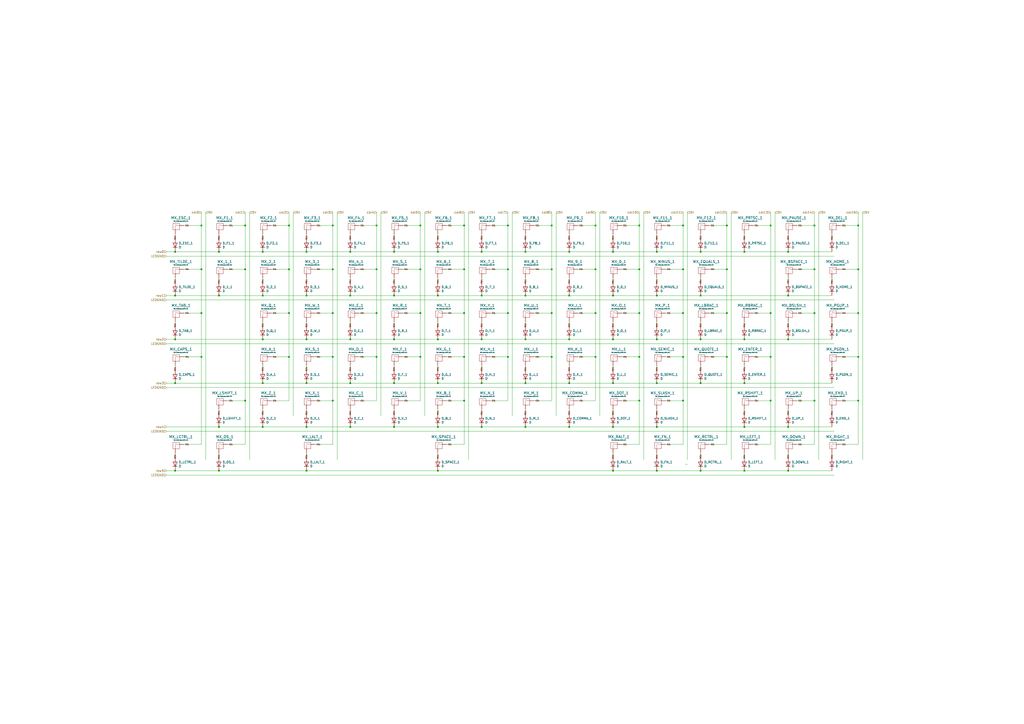
<source format=kicad_sch>
(kicad_sch (version 20230121) (generator eeschema)
  (paper "A2")
  (lib_symbols
    (symbol "Device:D" (pin_numbers hide) (pin_names (offset 1.016) hide)
      (property "Reference" "D" (at 0 2.54 0))
      (property "Value" "D" (at 0 -2.54 0))
      (symbol "D_1_1"
        (pin passive line (at -3.81 0 0) (length 2.54) (name "K") (number "1"))
        (pin passive line (at 3.81 0 180) (length 2.54) (name "A") (number "2"))
      )
    )
    (symbol "MX_keys:SW_Hotswap_Kailh_MX" (pin_names (offset 1.016))
      (property "Reference" "MX_ESC_1" (at 2.0828 5.6896 0))
      (property "Value" "SW_Hotswap_Kailh_MX" (at 2.0828 3.81 0))
      (symbol "SW_Hotswap_Kailh_MX_0_0"
        (text "COL" (at 5.715 1.27 0) (effects (font (size 0.762 0.762))))
        (text "ROW" (at -1.27 -4.445 900) (effects (font (size 0.762 0.762)) (justify right)))
      )
      (symbol "SW_Hotswap_Kailh_MX_1_1"
        (pin passive line (at 3.81 1.27 180) (length 2.54) (name "COL") (number "1"))
        (pin passive line (at -1.27 -3.81 90) (length 2.54) (name "ROW") (number "2"))
      )
    )
  )
  (junction (at 447.04 232.41))
  (junction (at 370.84 207.01))
  (junction (at 228.6 196.85))
  (junction (at 472.44 130.81))
  (junction (at 457.2 196.85))
  (junction (at 330.2 196.85))
  (junction (at 497.84 207.01))
  (junction (at 218.44 156.21))
  (junction (at 254 273.05))
  (junction (at 101.6 273.05))
  (junction (at 101.6 171.45))
  (junction (at 177.8 273.05))
  (junction (at 497.84 181.61))
  (junction (at 142.24 156.21))
  (junction (at 203.2 196.85))
  (junction (at 381 171.45))
  (junction (at 254 146.05))
  (junction (at 152.4 247.65))
  (junction (at 406.4 273.05))
  (junction (at 167.64 207.01))
  (junction (at 279.4 196.85))
  (junction (at 457.2 247.65))
  (junction (at 269.24 130.81))
  (junction (at 406.4 222.25))
  (junction (at 330.2 146.05))
  (junction (at 330.2 222.25))
  (junction (at 203.2 146.05))
  (junction (at 431.8 196.85))
  (junction (at 203.2 222.25))
  (junction (at 127 247.65))
  (junction (at 116.84 181.61))
  (junction (at 177.8 247.65))
  (junction (at 294.64 181.61))
  (junction (at 269.24 156.21))
  (junction (at 193.04 232.41))
  (junction (at 243.84 156.21))
  (junction (at 431.8 146.05))
  (junction (at 396.24 181.61))
  (junction (at 355.6 247.65))
  (junction (at 472.44 232.41))
  (junction (at 457.2 273.05))
  (junction (at 345.44 207.01))
  (junction (at 345.44 181.61))
  (junction (at 421.64 130.81))
  (junction (at 396.24 232.41))
  (junction (at 396.24 156.21))
  (junction (at 279.4 222.25))
  (junction (at 228.6 222.25))
  (junction (at 355.6 222.25))
  (junction (at 396.24 207.01))
  (junction (at 447.04 207.01))
  (junction (at 177.8 196.85))
  (junction (at 330.2 171.45))
  (junction (at 294.64 156.21))
  (junction (at 101.6 222.25))
  (junction (at 381 222.25))
  (junction (at 370.84 156.21))
  (junction (at 228.6 247.65))
  (junction (at 421.64 207.01))
  (junction (at 193.04 207.01))
  (junction (at 304.8 247.65))
  (junction (at 243.84 207.01))
  (junction (at 279.4 146.05))
  (junction (at 167.64 130.81))
  (junction (at 228.6 171.45))
  (junction (at 421.64 181.61))
  (junction (at 152.4 146.05))
  (junction (at 406.4 146.05))
  (junction (at 355.6 146.05))
  (junction (at 193.04 156.21))
  (junction (at 406.4 196.85))
  (junction (at 406.4 171.45))
  (junction (at 370.84 232.41))
  (junction (at 279.4 247.65))
  (junction (at 320.04 181.61))
  (junction (at 167.64 156.21))
  (junction (at 116.84 156.21))
  (junction (at 304.8 222.25))
  (junction (at 497.84 156.21))
  (junction (at 304.8 146.05))
  (junction (at 279.4 171.45))
  (junction (at 127 171.45))
  (junction (at 193.04 181.61))
  (junction (at 355.6 196.85))
  (junction (at 269.24 232.41))
  (junction (at 304.8 171.45))
  (junction (at 472.44 181.61))
  (junction (at 320.04 156.21))
  (junction (at 472.44 156.21))
  (junction (at 254 196.85))
  (junction (at 101.6 196.85))
  (junction (at 254 247.65))
  (junction (at 228.6 146.05))
  (junction (at 447.04 130.81))
  (junction (at 345.44 156.21))
  (junction (at 497.84 130.81))
  (junction (at 116.84 130.81))
  (junction (at 127 146.05))
  (junction (at 355.6 171.45))
  (junction (at 193.04 130.81))
  (junction (at 203.2 171.45))
  (junction (at 294.64 130.81))
  (junction (at 381 196.85))
  (junction (at 243.84 181.61))
  (junction (at 218.44 207.01))
  (junction (at 370.84 181.61))
  (junction (at 370.84 130.81))
  (junction (at 101.6 146.05))
  (junction (at 254 171.45))
  (junction (at 457.2 146.05))
  (junction (at 355.6 273.05))
  (junction (at 243.84 130.81))
  (junction (at 116.84 207.01))
  (junction (at 396.24 130.81))
  (junction (at 269.24 207.01))
  (junction (at 142.24 130.81))
  (junction (at 152.4 196.85))
  (junction (at 447.04 181.61))
  (junction (at 330.2 247.65))
  (junction (at 218.44 181.61))
  (junction (at 152.4 171.45))
  (junction (at 142.24 232.41))
  (junction (at 381 146.05))
  (junction (at 320.04 130.81))
  (junction (at 304.8 196.85))
  (junction (at 177.8 146.05))
  (junction (at 177.8 222.25))
  (junction (at 320.04 207.01))
  (junction (at 254 222.25))
  (junction (at 218.44 130.81))
  (junction (at 127 273.05))
  (junction (at 381 247.65))
  (junction (at 269.24 181.61))
  (junction (at 421.64 156.21))
  (junction (at 345.44 130.81))
  (junction (at 203.2 247.65))
  (junction (at 177.8 171.45))
  (junction (at 152.4 222.25))
  (junction (at 431.8 273.05))
  (junction (at 381 273.05))
  (junction (at 431.8 222.25))
  (junction (at 431.8 247.65))
  (junction (at 167.64 181.61))
  (junction (at 457.2 171.45))
  (junction (at 294.64 207.01))
  (junction (at 497.84 232.41))
  (wire (pts (xy 279.4 146.05) (xy 304.8 146.05)))
  (wire (pts (xy 294.64 156.21) (xy 294.64 181.61)))
  (wire (pts (xy 279.4 186.69) (xy 279.4 189.23)))
  (wire (pts (xy 381 135.89) (xy 381 138.43)))
  (wire (pts (xy 228.6 146.05) (xy 254 146.05)))
  (wire (pts (xy 322.58 123.19) (xy 322.58 241.3)))
  (wire (pts (xy 396.24 181.61) (xy 396.24 207.01)))
  (wire (pts (xy 421.64 123.19) (xy 421.64 130.81)))
  (wire (pts (xy 193.04 232.41) (xy 193.04 257.81)))
  (wire (pts (xy 157.48 130.81) (xy 167.64 130.81)))
  (wire (pts (xy 208.28 130.81) (xy 218.44 130.81)))
  (wire (pts (xy 243.84 207.01) (xy 243.84 232.41)))
  (wire (pts (xy 167.64 123.19) (xy 167.64 130.81)))
  (wire (pts (xy 406.4 161.29) (xy 406.4 163.83)))
  (wire (pts (xy 96.52 171.45) (xy 101.6 171.45)))
  (wire (pts (xy 284.48 130.81) (xy 294.64 130.81)))
  (wire (pts (xy 355.6 247.65) (xy 381 247.65)))
  (wire (pts (xy 406.4 135.89) (xy 406.4 138.43)))
  (wire (pts (xy 182.88 207.01) (xy 193.04 207.01)))
  (wire (pts (xy 101.6 222.25) (xy 152.4 222.25)))
  (wire (pts (xy 330.2 146.05) (xy 355.6 146.05)))
  (wire (pts (xy 182.88 232.41) (xy 193.04 232.41)))
  (wire (pts (xy 447.04 207.01) (xy 447.04 232.41)))
  (wire (pts (xy 406.4 146.05) (xy 431.8 146.05)))
  (wire (pts (xy 304.8 135.89) (xy 304.8 138.43)))
  (wire (pts (xy 228.6 212.09) (xy 228.6 214.63)))
  (wire (pts (xy 152.4 212.09) (xy 152.4 214.63)))
  (wire (pts (xy 142.24 123.19) (xy 142.24 130.81)))
  (wire (pts (xy 177.8 273.05) (xy 254 273.05)))
  (wire (pts (xy 142.24 232.41) (xy 142.24 257.81)))
  (wire (pts (xy 182.88 156.21) (xy 193.04 156.21)))
  (wire (pts (xy 203.2 135.89) (xy 203.2 138.43)))
  (wire (pts (xy 482.6 212.09) (xy 482.6 214.63)))
  (wire (pts (xy 182.88 130.81) (xy 193.04 130.81)))
  (wire (pts (xy 304.8 196.85) (xy 330.2 196.85)))
  (wire (pts (xy 345.44 156.21) (xy 335.28 156.21)))
  (wire (pts (xy 259.08 257.81) (xy 269.24 257.81)))
  (wire (pts (xy 431.8 237.49) (xy 431.8 240.03)))
  (wire (pts (xy 396.24 130.81) (xy 396.24 156.21)))
  (wire (pts (xy 152.4 237.49) (xy 152.4 240.03)))
  (wire (pts (xy 472.44 156.21) (xy 472.44 181.61)))
  (wire (pts (xy 472.44 232.41) (xy 472.44 257.81)))
  (wire (pts (xy 279.4 222.25) (xy 304.8 222.25)))
  (wire (pts (xy 320.04 123.19) (xy 320.04 130.81)))
  (wire (pts (xy 182.88 257.81) (xy 193.04 257.81)))
  (wire (pts (xy 152.4 171.45) (xy 177.8 171.45)))
  (wire (pts (xy 370.84 130.81) (xy 370.84 156.21)))
  (wire (pts (xy 294.64 207.01) (xy 294.64 232.41)))
  (wire (pts (xy 386.08 232.41) (xy 396.24 232.41)))
  (wire (pts (xy 101.6 262.89) (xy 101.6 265.43)))
  (wire (pts (xy 396.24 207.01) (xy 396.24 232.41)))
  (wire (pts (xy 406.4 273.05) (xy 431.8 273.05)))
  (wire (pts (xy 497.84 207.01) (xy 497.84 232.41)))
  (wire (pts (xy 193.04 207.01) (xy 193.04 232.41)))
  (wire (pts (xy 497.84 123.19) (xy 497.84 130.81)))
  (wire (pts (xy 457.2 273.05) (xy 482.6 273.05)))
  (wire (pts (xy 106.68 181.61) (xy 116.84 181.61)))
  (wire (pts (xy 449.58 123.19) (xy 449.58 266.7)))
  (wire (pts (xy 177.8 237.49) (xy 177.8 240.03)))
  (wire (pts (xy 220.98 123.19) (xy 220.98 241.3)))
  (wire (pts (xy 381 262.89) (xy 381 265.43)))
  (wire (pts (xy 411.48 156.21) (xy 421.64 156.21)))
  (wire (pts (xy 447.04 123.19) (xy 447.04 130.81)))
  (wire (pts (xy 373.38 123.19) (xy 373.38 266.7)))
  (wire (pts (xy 381 222.25) (xy 406.4 222.25)))
  (wire (pts (xy 218.44 156.21) (xy 218.44 181.61)))
  (wire (pts (xy 335.28 130.81) (xy 345.44 130.81)))
  (wire (pts (xy 347.98 123.19) (xy 347.98 241.3)))
  (wire (pts (xy 218.44 181.61) (xy 218.44 207.01)))
  (wire (pts (xy 116.84 181.61) (xy 116.84 207.01)))
  (wire (pts (xy 462.28 156.21) (xy 472.44 156.21)))
  (wire (pts (xy 127 273.05) (xy 177.8 273.05)))
  (wire (pts (xy 304.8 237.49) (xy 304.8 240.03)))
  (wire (pts (xy 193.04 181.61) (xy 193.04 207.01)))
  (wire (pts (xy 254 273.05) (xy 355.6 273.05)))
  (wire (pts (xy 381 146.05) (xy 406.4 146.05)))
  (wire (pts (xy 330.2 237.49) (xy 330.2 240.03)))
  (wire (pts (xy 106.68 130.81) (xy 116.84 130.81)))
  (wire (pts (xy 193.04 156.21) (xy 193.04 181.61)))
  (wire (pts (xy 116.84 156.21) (xy 116.84 181.61)))
  (wire (pts (xy 472.44 130.81) (xy 472.44 156.21)))
  (wire (pts (xy 259.08 156.21) (xy 269.24 156.21)))
  (wire (pts (xy 474.98 123.19) (xy 474.98 266.7)))
  (wire (pts (xy 218.44 130.81) (xy 218.44 156.21)))
  (wire (pts (xy 345.44 207.01) (xy 345.44 232.41)))
  (wire (pts (xy 254 196.85) (xy 279.4 196.85)))
  (wire (pts (xy 177.8 186.69) (xy 177.8 189.23)))
  (wire (pts (xy 203.2 146.05) (xy 228.6 146.05)))
  (wire (pts (xy 132.08 257.81) (xy 142.24 257.81)))
  (wire (pts (xy 119.38 123.19) (xy 119.38 266.7)))
  (wire (pts (xy 269.24 156.21) (xy 269.24 181.61)))
  (wire (pts (xy 330.2 222.25) (xy 355.6 222.25)))
  (wire (pts (xy 254 222.25) (xy 279.4 222.25)))
  (wire (pts (xy 462.28 181.61) (xy 472.44 181.61)))
  (wire (pts (xy 182.88 181.61) (xy 193.04 181.61)))
  (wire (pts (xy 370.84 181.61) (xy 370.84 207.01)))
  (wire (pts (xy 320.04 130.81) (xy 320.04 156.21)))
  (wire (pts (xy 101.6 196.85) (xy 152.4 196.85)))
  (wire (pts (xy 177.8 161.29) (xy 177.8 163.83)))
  (wire (pts (xy 284.48 207.01) (xy 294.64 207.01)))
  (wire (pts (xy 152.4 146.05) (xy 177.8 146.05)))
  (wire (pts (xy 500.38 123.19) (xy 500.38 266.7)))
  (wire (pts (xy 127 247.65) (xy 152.4 247.65)))
  (wire (pts (xy 203.2 212.09) (xy 203.2 214.63)))
  (wire (pts (xy 177.8 212.09) (xy 177.8 214.63)))
  (wire (pts (xy 279.4 171.45) (xy 304.8 171.45)))
  (wire (pts (xy 360.68 130.81) (xy 370.84 130.81)))
  (wire (pts (xy 269.24 123.19) (xy 269.24 130.81)))
  (wire (pts (xy 233.68 232.41) (xy 243.84 232.41)))
  (wire (pts (xy 254 237.49) (xy 254 240.03)))
  (wire (pts (xy 157.48 181.61) (xy 167.64 181.61)))
  (wire (pts (xy 279.4 237.49) (xy 279.4 240.03)))
  (wire (pts (xy 330.2 212.09) (xy 330.2 214.63)))
  (wire (pts (xy 345.44 130.81) (xy 345.44 156.21)))
  (wire (pts (xy 116.84 130.81) (xy 116.84 156.21)))
  (wire (pts (xy 381 212.09) (xy 381 214.63)))
  (wire (pts (xy 127 171.45) (xy 152.4 171.45)))
  (wire (pts (xy 431.8 273.05) (xy 457.2 273.05)))
  (wire (pts (xy 431.8 247.65) (xy 457.2 247.65)))
  (wire (pts (xy 386.08 207.01) (xy 396.24 207.01)))
  (wire (pts (xy 355.6 171.45) (xy 381 171.45)))
  (wire (pts (xy 330.2 186.69) (xy 330.2 189.23)))
  (wire (pts (xy 431.8 135.89) (xy 431.8 138.43)))
  (wire (pts (xy 304.8 212.09) (xy 304.8 214.63)))
  (wire (pts (xy 208.28 232.41) (xy 218.44 232.41)))
  (wire (pts (xy 246.38 123.19) (xy 246.38 241.3)))
  (wire (pts (xy 447.04 130.81) (xy 447.04 181.61)))
  (wire (pts (xy 127 146.05) (xy 152.4 146.05)))
  (wire (pts (xy 309.88 232.41) (xy 320.04 232.41)))
  (wire (pts (xy 254 171.45) (xy 279.4 171.45)))
  (wire (pts (xy 360.68 181.61) (xy 370.84 181.61)))
  (wire (pts (xy 487.68 156.21) (xy 497.84 156.21)))
  (wire (pts (xy 96.52 199.39) (xy 483.87 199.39)))
  (wire (pts (xy 309.88 130.81) (xy 320.04 130.81)))
  (wire (pts (xy 208.28 181.61) (xy 218.44 181.61)))
  (wire (pts (xy 279.4 135.89) (xy 279.4 138.43)))
  (wire (pts (xy 457.2 247.65) (xy 482.6 247.65)))
  (wire (pts (xy 406.4 262.89) (xy 406.4 265.43)))
  (wire (pts (xy 254 262.89) (xy 254 265.43)))
  (wire (pts (xy 386.08 257.81) (xy 396.24 257.81)))
  (wire (pts (xy 330.2 161.29) (xy 330.2 163.83)))
  (wire (pts (xy 411.48 130.81) (xy 421.64 130.81)))
  (wire (pts (xy 106.68 257.81) (xy 116.84 257.81)))
  (wire (pts (xy 127 237.49) (xy 127 240.03)))
  (wire (pts (xy 284.48 232.41) (xy 294.64 232.41)))
  (wire (pts (xy 218.44 207.01) (xy 218.44 232.41)))
  (wire (pts (xy 101.6 135.89) (xy 101.6 138.43)))
  (wire (pts (xy 96.52 222.25) (xy 101.6 222.25)))
  (wire (pts (xy 96.52 275.59) (xy 483.87 275.59)))
  (wire (pts (xy 330.2 135.89) (xy 330.2 138.43)))
  (wire (pts (xy 116.84 207.01) (xy 116.84 257.81)))
  (wire (pts (xy 398.78 123.19) (xy 398.78 266.7)))
  (wire (pts (xy 472.44 123.19) (xy 472.44 130.81)))
  (wire (pts (xy 233.68 156.21) (xy 243.84 156.21)))
  (wire (pts (xy 101.6 273.05) (xy 127 273.05)))
  (wire (pts (xy 96.52 224.79) (xy 483.87 224.79)))
  (wire (pts (xy 106.68 156.21) (xy 116.84 156.21)))
  (wire (pts (xy 381 273.05) (xy 406.4 273.05)))
  (wire (pts (xy 381 237.49) (xy 381 240.03)))
  (wire (pts (xy 294.64 130.81) (xy 294.64 156.21)))
  (wire (pts (xy 259.08 130.81) (xy 269.24 130.81)))
  (wire (pts (xy 304.8 189.23) (xy 304.8 186.69)))
  (wire (pts (xy 208.28 156.21) (xy 218.44 156.21)))
  (wire (pts (xy 320.04 156.21) (xy 320.04 181.61)))
  (wire (pts (xy 101.6 171.45) (xy 127 171.45)))
  (wire (pts (xy 101.6 212.09) (xy 101.6 214.63)))
  (wire (pts (xy 360.68 156.21) (xy 370.84 156.21)))
  (wire (pts (xy 152.4 196.85) (xy 177.8 196.85)))
  (wire (pts (xy 271.78 123.19) (xy 271.78 266.7)))
  (wire (pts (xy 355.6 135.89) (xy 355.6 138.43)))
  (wire (pts (xy 447.04 232.41) (xy 447.04 257.81)))
  (wire (pts (xy 254 161.29) (xy 254 163.83)))
  (wire (pts (xy 304.8 161.29) (xy 304.8 163.83)))
  (wire (pts (xy 487.68 181.61) (xy 497.84 181.61)))
  (wire (pts (xy 457.2 262.89) (xy 457.2 265.43)))
  (wire (pts (xy 487.68 207.01) (xy 497.84 207.01)))
  (wire (pts (xy 309.88 181.61) (xy 320.04 181.61)))
  (wire (pts (xy 170.18 123.19) (xy 170.18 241.3)))
  (wire (pts (xy 101.6 161.29) (xy 101.6 163.83)))
  (wire (pts (xy 309.88 207.01) (xy 320.04 207.01)))
  (wire (pts (xy 177.8 262.89) (xy 177.8 265.43)))
  (wire (pts (xy 106.68 207.01) (xy 116.84 207.01)))
  (wire (pts (xy 482.6 161.29) (xy 482.6 163.83)))
  (wire (pts (xy 228.6 186.69) (xy 228.6 189.23)))
  (wire (pts (xy 360.68 232.41) (xy 370.84 232.41)))
  (wire (pts (xy 411.48 207.01) (xy 421.64 207.01)))
  (wire (pts (xy 406.4 171.45) (xy 457.2 171.45)))
  (wire (pts (xy 457.2 237.49) (xy 457.2 240.03)))
  (wire (pts (xy 228.6 222.25) (xy 254 222.25)))
  (wire (pts (xy 411.48 257.81) (xy 421.64 257.81)))
  (wire (pts (xy 228.6 247.65) (xy 254 247.65)))
  (wire (pts (xy 457.2 186.69) (xy 457.2 189.23)))
  (wire (pts (xy 482.6 262.89) (xy 482.6 265.43)))
  (wire (pts (xy 462.28 130.81) (xy 472.44 130.81)))
  (wire (pts (xy 304.8 146.05) (xy 330.2 146.05)))
  (wire (pts (xy 482.6 186.69) (xy 482.6 189.23)))
  (wire (pts (xy 431.8 212.09) (xy 431.8 214.63)))
  (wire (pts (xy 304.8 171.45) (xy 330.2 171.45)))
  (wire (pts (xy 127 161.29) (xy 127 163.83)))
  (wire (pts (xy 96.52 250.19) (xy 483.87 250.19)))
  (wire (pts (xy 177.8 222.25) (xy 203.2 222.25)))
  (wire (pts (xy 96.52 148.59) (xy 483.87 148.59)))
  (wire (pts (xy 167.64 181.61) (xy 167.64 207.01)))
  (wire (pts (xy 269.24 207.01) (xy 269.24 232.41)))
  (wire (pts (xy 396.24 232.41) (xy 396.24 257.81)))
  (wire (pts (xy 330.2 171.45) (xy 355.6 171.45)))
  (wire (pts (xy 436.88 130.81) (xy 447.04 130.81)))
  (wire (pts (xy 96.52 146.05) (xy 101.6 146.05)))
  (wire (pts (xy 259.08 181.61) (xy 269.24 181.61)))
  (wire (pts (xy 386.08 156.21) (xy 396.24 156.21)))
  (wire (pts (xy 396.24 156.21) (xy 396.24 181.61)))
  (wire (pts (xy 497.84 181.61) (xy 497.84 207.01)))
  (wire (pts (xy 203.2 247.65) (xy 228.6 247.65)))
  (wire (pts (xy 243.84 123.19) (xy 243.84 130.81)))
  (wire (pts (xy 254 135.89) (xy 254 138.43)))
  (wire (pts (xy 259.08 232.41) (xy 269.24 232.41)))
  (wire (pts (xy 228.6 237.49) (xy 228.6 240.03)))
  (wire (pts (xy 381 247.65) (xy 431.8 247.65)))
  (wire (pts (xy 243.84 181.61) (xy 243.84 207.01)))
  (wire (pts (xy 96.52 247.65) (xy 127 247.65)))
  (wire (pts (xy 233.68 181.61) (xy 243.84 181.61)))
  (wire (pts (xy 355.6 161.29) (xy 355.6 163.83)))
  (wire (pts (xy 195.58 123.19) (xy 195.58 266.7)))
  (wire (pts (xy 152.4 222.25) (xy 177.8 222.25)))
  (wire (pts (xy 157.48 232.41) (xy 167.64 232.41)))
  (wire (pts (xy 398.78 269.24) (xy 397.51 269.24)))
  (wire (pts (xy 233.68 130.81) (xy 243.84 130.81)))
  (wire (pts (xy 254 189.23) (xy 254 186.69)))
  (wire (pts (xy 396.24 123.19) (xy 396.24 130.81)))
  (wire (pts (xy 208.28 207.01) (xy 218.44 207.01)))
  (wire (pts (xy 406.4 212.09) (xy 406.4 214.63)))
  (wire (pts (xy 152.4 135.89) (xy 152.4 138.43)))
  (wire (pts (xy 330.2 196.85) (xy 355.6 196.85)))
  (wire (pts (xy 462.28 257.81) (xy 472.44 257.81)))
  (wire (pts (xy 279.4 196.85) (xy 304.8 196.85)))
  (wire (pts (xy 96.52 173.99) (xy 483.87 173.99)))
  (wire (pts (xy 497.84 156.21) (xy 497.84 181.61)))
  (wire (pts (xy 457.2 146.05) (xy 482.6 146.05)))
  (wire (pts (xy 127 262.89) (xy 127 265.43)))
  (wire (pts (xy 406.4 196.85) (xy 431.8 196.85)))
  (wire (pts (xy 457.2 196.85) (xy 482.6 196.85)))
  (wire (pts (xy 381 171.45) (xy 406.4 171.45)))
  (wire (pts (xy 345.44 181.61) (xy 345.44 207.01)))
  (wire (pts (xy 132.08 232.41) (xy 142.24 232.41)))
  (wire (pts (xy 309.88 156.21) (xy 320.04 156.21)))
  (wire (pts (xy 487.68 232.41) (xy 497.84 232.41)))
  (wire (pts (xy 447.04 181.61) (xy 447.04 207.01)))
  (wire (pts (xy 167.64 130.81) (xy 167.64 156.21)))
  (wire (pts (xy 254 146.05) (xy 279.4 146.05)))
  (wire (pts (xy 335.28 207.01) (xy 345.44 207.01)))
  (wire (pts (xy 279.4 247.65) (xy 304.8 247.65)))
  (wire (pts (xy 370.84 123.19) (xy 370.84 130.81)))
  (wire (pts (xy 243.84 130.81) (xy 243.84 156.21)))
  (wire (pts (xy 269.24 232.41) (xy 269.24 257.81)))
  (wire (pts (xy 360.68 207.01) (xy 370.84 207.01)))
  (wire (pts (xy 370.84 232.41) (xy 370.84 257.81)))
  (wire (pts (xy 228.6 196.85) (xy 254 196.85)))
  (wire (pts (xy 116.84 123.19) (xy 116.84 130.81)))
  (wire (pts (xy 386.08 130.81) (xy 396.24 130.81)))
  (wire (pts (xy 228.6 171.45) (xy 254 171.45)))
  (wire (pts (xy 406.4 186.69) (xy 406.4 189.23)))
  (wire (pts (xy 370.84 207.01) (xy 370.84 232.41)))
  (wire (pts (xy 411.48 181.61) (xy 421.64 181.61)))
  (wire (pts (xy 355.6 237.49) (xy 355.6 240.03)))
  (wire (pts (xy 96.52 273.05) (xy 101.6 273.05)))
  (wire (pts (xy 320.04 181.61) (xy 320.04 207.01)))
  (wire (pts (xy 203.2 237.49) (xy 203.2 240.03)))
  (wire (pts (xy 355.6 222.25) (xy 381 222.25)))
  (wire (pts (xy 233.68 207.01) (xy 243.84 207.01)))
  (wire (pts (xy 304.8 222.25) (xy 330.2 222.25)))
  (wire (pts (xy 177.8 146.05) (xy 203.2 146.05)))
  (wire (pts (xy 294.64 181.61) (xy 294.64 207.01)))
  (wire (pts (xy 360.68 257.81) (xy 370.84 257.81)))
  (wire (pts (xy 132.08 156.21) (xy 142.24 156.21)))
  (wire (pts (xy 177.8 135.89) (xy 177.8 138.43)))
  (wire (pts (xy 497.84 232.41) (xy 497.84 257.81)))
  (wire (pts (xy 462.28 232.41) (xy 472.44 232.41)))
  (wire (pts (xy 269.24 130.81) (xy 269.24 156.21)))
  (wire (pts (xy 96.52 196.85) (xy 101.6 196.85)))
  (wire (pts (xy 269.24 181.61) (xy 269.24 207.01)))
  (wire (pts (xy 254 212.09) (xy 254 214.63)))
  (wire (pts (xy 203.2 186.69) (xy 203.2 189.23)))
  (wire (pts (xy 203.2 171.45) (xy 228.6 171.45)))
  (wire (pts (xy 487.68 130.81) (xy 497.84 130.81)))
  (wire (pts (xy 482.6 135.89) (xy 482.6 138.43)))
  (wire (pts (xy 457.2 171.45) (xy 482.6 171.45)))
  (wire (pts (xy 381 189.23) (xy 381 186.69)))
  (wire (pts (xy 228.6 161.29) (xy 228.6 163.83)))
  (wire (pts (xy 157.48 156.21) (xy 167.64 156.21)))
  (wire (pts (xy 436.88 257.81) (xy 447.04 257.81)))
  (wire (pts (xy 381 196.85) (xy 406.4 196.85)))
  (wire (pts (xy 335.28 181.61) (xy 345.44 181.61)))
  (wire (pts (xy 297.18 123.19) (xy 297.18 241.3)))
  (wire (pts (xy 330.2 247.65) (xy 355.6 247.65)))
  (wire (pts (xy 431.8 222.25) (xy 482.6 222.25)))
  (wire (pts (xy 142.24 156.21) (xy 142.24 232.41)))
  (wire (pts (xy 487.68 257.81) (xy 497.84 257.81)))
  (wire (pts (xy 193.04 130.81) (xy 193.04 156.21)))
  (wire (pts (xy 284.48 181.61) (xy 294.64 181.61)))
  (wire (pts (xy 203.2 222.25) (xy 228.6 222.25)))
  (wire (pts (xy 254 247.65) (xy 279.4 247.65)))
  (wire (pts (xy 421.64 156.21) (xy 421.64 181.61)))
  (wire (pts (xy 144.78 123.19) (xy 144.78 266.7)))
  (wire (pts (xy 421.64 207.01) (xy 421.64 257.81)))
  (wire (pts (xy 406.4 222.25) (xy 431.8 222.25)))
  (wire (pts (xy 177.8 171.45) (xy 203.2 171.45)))
  (wire (pts (xy 228.6 135.89) (xy 228.6 138.43)))
  (wire (pts (xy 355.6 146.05) (xy 381 146.05)))
  (wire (pts (xy 424.18 123.19) (xy 424.18 266.7)))
  (wire (pts (xy 294.64 123.19) (xy 294.64 130.81)))
  (wire (pts (xy 386.08 181.61) (xy 396.24 181.61)))
  (wire (pts (xy 355.6 189.23) (xy 355.6 186.69)))
  (wire (pts (xy 304.8 247.65) (xy 330.2 247.65)))
  (wire (pts (xy 101.6 146.05) (xy 127 146.05)))
  (wire (pts (xy 497.84 130.81) (xy 497.84 156.21)))
  (wire (pts (xy 167.64 156.21) (xy 167.64 181.61)))
  (wire (pts (xy 355.6 262.89) (xy 355.6 265.43)))
  (wire (pts (xy 152.4 247.65) (xy 177.8 247.65)))
  (wire (pts (xy 152.4 161.29) (xy 152.4 163.83)))
  (wire (pts (xy 203.2 161.29) (xy 203.2 163.83)))
  (wire (pts (xy 177.8 196.85) (xy 203.2 196.85)))
  (wire (pts (xy 421.64 181.61) (xy 421.64 207.01)))
  (wire (pts (xy 436.88 232.41) (xy 447.04 232.41)))
  (wire (pts (xy 218.44 123.19) (xy 218.44 130.81)))
  (wire (pts (xy 381 161.29) (xy 381 163.83)))
  (wire (pts (xy 457.2 135.89) (xy 457.2 138.43)))
  (wire (pts (xy 167.64 207.01) (xy 167.64 232.41)))
  (wire (pts (xy 157.48 207.01) (xy 167.64 207.01)))
  (wire (pts (xy 482.6 237.49) (xy 482.6 240.03)))
  (wire (pts (xy 370.84 156.21) (xy 370.84 181.61)))
  (wire (pts (xy 436.88 181.61) (xy 447.04 181.61)))
  (wire (pts (xy 142.24 130.81) (xy 142.24 156.21)))
  (wire (pts (xy 152.4 186.69) (xy 152.4 189.23)))
  (wire (pts (xy 335.28 232.41) (xy 345.44 232.41)))
  (wire (pts (xy 355.6 196.85) (xy 381 196.85)))
  (wire (pts (xy 436.88 207.01) (xy 447.04 207.01)))
  (wire (pts (xy 243.84 156.21) (xy 243.84 181.61)))
  (wire (pts (xy 101.6 186.69) (xy 101.6 189.23)))
  (wire (pts (xy 421.64 130.81) (xy 421.64 156.21)))
  (wire (pts (xy 431.8 196.85) (xy 457.2 196.85)))
  (wire (pts (xy 457.2 161.29) (xy 457.2 163.83)))
  (wire (pts (xy 431.8 146.05) (xy 457.2 146.05)))
  (wire (pts (xy 279.4 161.29) (xy 279.4 163.83)))
  (wire (pts (xy 431.8 189.23) (xy 431.8 186.69)))
  (wire (pts (xy 431.8 262.89) (xy 431.8 265.43)))
  (wire (pts (xy 193.04 123.19) (xy 193.04 130.81)))
  (wire (pts (xy 355.6 273.05) (xy 381 273.05)))
  (wire (pts (xy 345.44 123.19) (xy 345.44 130.81)))
  (wire (pts (xy 320.04 207.01) (xy 320.04 232.41)))
  (wire (pts (xy 279.4 212.09) (xy 279.4 214.63)))
  (wire (pts (xy 472.44 181.61) (xy 472.44 232.41)))
  (wire (pts (xy 203.2 196.85) (xy 228.6 196.85)))
  (wire (pts (xy 355.6 212.09) (xy 355.6 214.63)))
  (wire (pts (xy 132.08 130.81) (xy 142.24 130.81)))
  (wire (pts (xy 259.08 207.01) (xy 269.24 207.01)))
  (wire (pts (xy 284.48 156.21) (xy 294.64 156.21)))
  (wire (pts (xy 127 135.89) (xy 127 138.43)))
  (wire (pts (xy 177.8 247.65) (xy 203.2 247.65)))
  (wire (pts (xy 345.44 156.21) (xy 345.44 181.61)))
  (hierarchical_label "col2" (shape input) (at 167.64 123.19 180))
  (hierarchical_label "5V" (shape input) (at 144.78 123.19 0))
  (hierarchical_label "5V" (shape input) (at 398.78 123.19 0))
  (hierarchical_label "5V" (shape input) (at 119.38 123.19 0))
  (hierarchical_label "col15" (shape input) (at 497.84 123.19 180))
  (hierarchical_label "col13" (shape input) (at 447.04 123.19 180))
  (hierarchical_label "col3" (shape input) (at 193.04 123.19 180))
  (hierarchical_label "LEDGND" (shape input) (at 96.52 250.19 180))
  (hierarchical_label "col1" (shape input) (at 142.24 123.19 180))
  (hierarchical_label "col4" (shape input) (at 218.44 123.19 180))
  (hierarchical_label "5V" (shape input) (at 220.98 123.19 0))
  (hierarchical_label "row5" (shape input) (at 96.52 273.05 180))
  (hierarchical_label "5V" (shape input) (at 474.98 123.19 0))
  (hierarchical_label "col14" (shape input) (at 472.44 123.19 180))
  (hierarchical_label "5V" (shape input) (at 195.58 123.19 0))
  (hierarchical_label "LEDGND" (shape input) (at 96.52 199.39 180))
  (hierarchical_label "5V" (shape input) (at 322.58 123.19 0))
  (hierarchical_label "col7" (shape input) (at 294.64 123.19 180))
  (hierarchical_label "LEDGND" (shape input) (at 96.52 173.99 180))
  (hierarchical_label "5V" (shape input) (at 347.98 123.19 0))
  (hierarchical_label "row2" (shape input) (at 96.52 196.85 180))
  (hierarchical_label "5V" (shape input) (at 500.38 123.19 0))
  (hierarchical_label "LEDGND" (shape input) (at 96.52 224.79 180))
  (hierarchical_label "row3" (shape input) (at 96.52 222.25 180))
  (hierarchical_label "LEDGND" (shape input) (at 96.52 275.59 180))
  (hierarchical_label "5V" (shape input) (at 246.38 123.19 0))
  (hierarchical_label "col10" (shape input) (at 370.84 123.19 180))
  (hierarchical_label "col6" (shape input) (at 269.24 123.19 180))
  (hierarchical_label "col5" (shape input) (at 243.84 123.19 180))
  (hierarchical_label "5V" (shape input) (at 297.18 123.19 0))
  (hierarchical_label "col0" (shape input) (at 116.84 123.19 180))
  (hierarchical_label "row4" (shape input) (at 96.52 247.65 180))
  (hierarchical_label "5V" (shape input) (at 271.78 123.19 0))
  (hierarchical_label "col9" (shape input) (at 345.44 123.19 180))
  (hierarchical_label "col12" (shape input) (at 421.64 123.19 180))
  (hierarchical_label "5V" (shape input) (at 424.18 123.19 0))
  (hierarchical_label "row1" (shape input) (at 96.52 171.45 180))
  (hierarchical_label "col8" (shape input) (at 320.04 123.19 180))
  (hierarchical_label "5V" (shape input) (at 449.58 123.19 0))
  (hierarchical_label "row0" (shape input) (at 96.52 146.05 180))
  (hierarchical_label "5V" (shape input) (at 170.18 123.19 0))
  (hierarchical_label "col11" (shape input) (at 396.24 123.19 180))
  (hierarchical_label "5V" (shape input) (at 373.38 123.19 0))
  (hierarchical_label "LEDGND" (shape input) (at 96.52 148.59 180))
  (symbol (lib_id "MX_keys:SW_Hotswap_Kailh_MX") (at 102.87 132.08 0) (unit 1)
    (property "Reference" "MX_ESC_1" (at 104.9528 126.3904 0) (effects (font (size 1.524 1.524))))
    (property "Value" "SW_Hotswap_Kailh_MX" (at 104.9528 128.27 0) (effects (font (size 0.508 0.508))))
    (property "Footprint" "MX:SW_Hotswap_Kailh_MX_1.00u" (effects hide))
  )
  (symbol (lib_id "Device:D") (at 101.6 142.24 90) (unit 1)
    (property "Reference" "D_ESC_1" (at 103.632 141.0716 90) (effects (justify right)))
    (property "Value" "D" (at 103.632 143.383 90) (effects (justify right)))
    (property "Footprint" "parts:D_SOD123_axial" (effects hide))
  )
  (symbol (lib_id "Device:D") (at 127 142.24 90) (unit 1)
    (property "Reference" "D_F1_1" (at 129.032 141.0716 90) (effects (justify right)))
    (property "Value" "D" (at 129.032 143.383 90) (effects (justify right)))
    (property "Footprint" "parts:D_SOD123_axial" (effects hide))
  )
  (symbol (lib_id "Device:D") (at 152.4 142.24 90) (unit 1)
    (property "Reference" "D_F2_1" (at 154.432 141.0716 90) (effects (justify right)))
    (property "Value" "D" (at 154.432 143.383 90) (effects (justify right)))
    (property "Footprint" "parts:D_SOD123_axial" (effects hide))
  )
  (symbol (lib_id "Device:D") (at 177.8 142.24 90) (unit 1)
    (property "Reference" "D_F3_1" (at 179.832 141.0716 90) (effects (justify right)))
    (property "Value" "D" (at 179.832 143.383 90) (effects (justify right)))
    (property "Footprint" "parts:D_SOD123_axial" (effects hide))
  )
  (symbol (lib_id "Device:D") (at 203.2 142.24 90) (unit 1)
    (property "Reference" "D_F4_1" (at 205.232 141.0716 90) (effects (justify right)))
    (property "Value" "D" (at 205.232 143.383 90) (effects (justify right)))
    (property "Footprint" "parts:D_SOD123_axial" (effects hide))
  )
  (symbol (lib_id "Device:D") (at 228.6 142.24 90) (unit 1)
    (property "Reference" "D_F5_1" (at 230.632 141.0716 90) (effects (justify right)))
    (property "Value" "D" (at 230.632 143.383 90) (effects (justify right)))
    (property "Footprint" "parts:D_SOD123_axial" (effects hide))
  )
  (symbol (lib_id "Device:D") (at 254 142.24 90) (unit 1)
    (property "Reference" "D_F6_1" (at 256.032 141.0716 90) (effects (justify right)))
    (property "Value" "D" (at 256.032 143.383 90) (effects (justify right)))
    (property "Footprint" "parts:D_SOD123_axial" (effects hide))
  )
  (symbol (lib_id "Device:D") (at 279.4 142.24 90) (unit 1)
    (property "Reference" "D_F7_1" (at 281.432 141.0716 90) (effects (justify right)))
    (property "Value" "D" (at 281.432 143.383 90) (effects (justify right)))
    (property "Footprint" "parts:D_SOD123_axial" (effects hide))
  )
  (symbol (lib_id "Device:D") (at 304.8 142.24 90) (unit 1)
    (property "Reference" "D_F8_1" (at 306.832 141.0716 90) (effects (justify right)))
    (property "Value" "D" (at 306.832 143.383 90) (effects (justify right)))
    (property "Footprint" "parts:D_SOD123_axial" (effects hide))
  )
  (symbol (lib_id "Device:D") (at 330.2 142.24 90) (unit 1)
    (property "Reference" "D_F9_1" (at 332.232 141.0716 90) (effects (justify right)))
    (property "Value" "D" (at 332.232 143.383 90) (effects (justify right)))
    (property "Footprint" "parts:D_SOD123_axial" (effects hide))
  )
  (symbol (lib_id "Device:D") (at 355.6 142.24 90) (unit 1)
    (property "Reference" "D_F10_1" (at 357.632 141.0716 90) (effects (justify right)))
    (property "Value" "D" (at 357.632 143.383 90) (effects (justify right)))
    (property "Footprint" "parts:D_SOD123_axial" (effects hide))
  )
  (symbol (lib_id "Device:D") (at 381 142.24 90) (unit 1)
    (property "Reference" "D_F11_1" (at 383.032 141.0716 90) (effects (justify right)))
    (property "Value" "D" (at 383.032 143.383 90) (effects (justify right)))
    (property "Footprint" "parts:D_SOD123_axial" (effects hide))
  )
  (symbol (lib_id "Device:D") (at 406.4 142.24 90) (unit 1)
    (property "Reference" "D_F12_1" (at 408.432 141.0716 90) (effects (justify right)))
    (property "Value" "D" (at 408.432 143.383 90) (effects (justify right)))
    (property "Footprint" "parts:D_SOD123_axial" (effects hide))
  )
  (symbol (lib_id "Device:D") (at 431.8 142.24 90) (unit 1)
    (property "Reference" "D_PRTSC_1" (at 433.832 141.0716 90) (effects (justify right)))
    (property "Value" "D" (at 433.832 143.383 90) (effects (justify right)))
    (property "Footprint" "parts:D_SOD123_axial" (effects hide))
  )
  (symbol (lib_id "Device:D") (at 457.2 142.24 90) (unit 1)
    (property "Reference" "D_PAUSE_1" (at 459.232 141.0716 90) (effects (justify right)))
    (property "Value" "D" (at 459.232 143.383 90) (effects (justify right)))
    (property "Footprint" "parts:D_SOD123_axial" (effects hide))
  )
  (symbol (lib_id "Device:D") (at 482.6 142.24 90) (unit 1)
    (property "Reference" "D_DEL_1" (at 484.632 141.0716 90) (effects (justify right)))
    (property "Value" "D" (at 484.632 143.383 90) (effects (justify right)))
    (property "Footprint" "parts:D_SOD123_axial" (effects hide))
  )
  (symbol (lib_id "Device:D") (at 101.6 167.64 90) (unit 1)
    (property "Reference" "D_TILDE_1" (at 103.632 166.4716 90) (effects (justify right)))
    (property "Value" "D" (at 103.632 168.783 90) (effects (justify right)))
    (property "Footprint" "parts:D_SOD123_axial" (effects hide))
  )
  (symbol (lib_id "Device:D") (at 127 167.64 90) (unit 1)
    (property "Reference" "D_1_1" (at 129.032 166.4716 90) (effects (justify right)))
    (property "Value" "D" (at 129.032 168.783 90) (effects (justify right)))
    (property "Footprint" "parts:D_SOD123_axial" (effects hide))
  )
  (symbol (lib_id "Device:D") (at 152.4 167.64 90) (unit 1)
    (property "Reference" "D_2_1" (at 154.432 166.4716 90) (effects (justify right)))
    (property "Value" "D" (at 154.432 168.783 90) (effects (justify right)))
    (property "Footprint" "parts:D_SOD123_axial" (effects hide))
  )
  (symbol (lib_id "Device:D") (at 177.8 167.64 90) (unit 1)
    (property "Reference" "D_3_1" (at 179.832 166.4716 90) (effects (justify right)))
    (property "Value" "D" (at 179.832 168.783 90) (effects (justify right)))
    (property "Footprint" "parts:D_SOD123_axial" (effects hide))
  )
  (symbol (lib_id "Device:D") (at 203.2 167.64 90) (unit 1)
    (property "Reference" "D_4_1" (at 205.232 166.4716 90) (effects (justify right)))
    (property "Value" "D" (at 205.232 168.783 90) (effects (justify right)))
    (property "Footprint" "parts:D_SOD123_axial" (effects hide))
  )
  (symbol (lib_id "Device:D") (at 228.6 167.64 90) (unit 1)
    (property "Reference" "D_5_1" (at 230.632 166.4716 90) (effects (justify right)))
    (property "Value" "D" (at 230.632 168.783 90) (effects (justify right)))
    (property "Footprint" "parts:D_SOD123_axial" (effects hide))
  )
  (symbol (lib_id "Device:D") (at 254 167.64 90) (unit 1)
    (property "Reference" "D_6_1" (at 256.032 166.4716 90) (effects (justify right)))
    (property "Value" "D" (at 256.032 168.783 90) (effects (justify right)))
    (property "Footprint" "parts:D_SOD123_axial" (effects hide))
  )
  (symbol (lib_id "Device:D") (at 279.4 167.64 90) (unit 1)
    (property "Reference" "D_7_1" (at 281.432 166.4716 90) (effects (justify right)))
    (property "Value" "D" (at 281.432 168.783 90) (effects (justify right)))
    (property "Footprint" "parts:D_SOD123_axial" (effects hide))
  )
  (symbol (lib_id "Device:D") (at 304.8 167.64 90) (unit 1)
    (property "Reference" "D_8_1" (at 306.832 166.4716 90) (effects (justify right)))
    (property "Value" "D" (at 306.832 168.783 90) (effects (justify right)))
    (property "Footprint" "parts:D_SOD123_axial" (effects hide))
  )
  (symbol (lib_id "Device:D") (at 330.2 167.64 90) (unit 1)
    (property "Reference" "D_9_1" (at 332.232 166.4716 90) (effects (justify right)))
    (property "Value" "D" (at 332.232 168.783 90) (effects (justify right)))
    (property "Footprint" "parts:D_SOD123_axial" (effects hide))
  )
  (symbol (lib_id "Device:D") (at 355.6 167.64 90) (unit 1)
    (property "Reference" "D_0_1" (at 357.632 166.4716 90) (effects (justify right)))
    (property "Value" "D" (at 357.632 168.783 90) (effects (justify right)))
    (property "Footprint" "parts:D_SOD123_axial" (effects hide))
  )
  (symbol (lib_id "Device:D") (at 381 167.64 90) (unit 1)
    (property "Reference" "D_MINUS_1" (at 383.032 166.4716 90) (effects (justify right)))
    (property "Value" "D" (at 383.032 168.783 90) (effects (justify right)))
    (property "Footprint" "parts:D_SOD123_axial" (effects hide))
  )
  (symbol (lib_id "Device:D") (at 406.4 167.64 90) (unit 1)
    (property "Reference" "D_EQUALS_1" (at 408.432 166.4716 90) (effects (justify right)))
    (property "Value" "D" (at 408.432 168.783 90) (effects (justify right)))
    (property "Footprint" "parts:D_SOD123_axial" (effects hide))
  )
  (symbol (lib_id "Device:D") (at 457.2 167.64 90) (unit 1)
    (property "Reference" "D_BSPACE_1" (at 459.232 166.4716 90) (effects (justify right)))
    (property "Value" "D" (at 459.232 168.783 90) (effects (justify right)))
    (property "Footprint" "parts:D_SOD123_axial" (effects hide))
  )
  (symbol (lib_id "Device:D") (at 482.6 167.64 90) (unit 1)
    (property "Reference" "D_HOME_1" (at 484.632 166.4716 90) (effects (justify right)))
    (property "Value" "D" (at 484.632 168.783 90) (effects (justify right)))
    (property "Footprint" "parts:D_SOD123_axial" (effects hide))
  )
  (symbol (lib_id "Device:D") (at 101.6 193.04 90) (unit 1)
    (property "Reference" "D_TAB_1" (at 103.632 191.8716 90) (effects (justify right)))
    (property "Value" "D" (at 103.632 194.183 90) (effects (justify right)))
    (property "Footprint" "parts:D_SOD123_axial" (effects hide))
  )
  (symbol (lib_id "Device:D") (at 152.4 193.04 90) (unit 1)
    (property "Reference" "D_Q_1" (at 154.432 191.8716 90) (effects (justify right)))
    (property "Value" "D" (at 154.432 194.183 90) (effects (justify right)))
    (property "Footprint" "parts:D_SOD123_axial" (effects hide))
  )
  (symbol (lib_id "Device:D") (at 177.8 193.04 90) (unit 1)
    (property "Reference" "D_W_1" (at 179.832 191.8716 90) (effects (justify right)))
    (property "Value" "D" (at 179.832 194.183 90) (effects (justify right)))
    (property "Footprint" "parts:D_SOD123_axial" (effects hide))
  )
  (symbol (lib_id "Device:D") (at 203.2 193.04 90) (unit 1)
    (property "Reference" "D_E_1" (at 205.232 191.8716 90) (effects (justify right)))
    (property "Value" "D" (at 205.232 194.183 90) (effects (justify right)))
    (property "Footprint" "parts:D_SOD123_axial" (effects hide))
  )
  (symbol (lib_id "Device:D") (at 228.6 193.04 90) (unit 1)
    (property "Reference" "D_R_1" (at 230.632 191.8716 90) (effects (justify right)))
    (property "Value" "D" (at 230.632 194.183 90) (effects (justify right)))
    (property "Footprint" "parts:D_SOD123_axial" (effects hide))
  )
  (symbol (lib_id "Device:D") (at 254 193.04 90) (unit 1)
    (property "Reference" "D_T_1" (at 256.032 191.8716 90) (effects (justify right)))
    (property "Value" "D" (at 256.032 194.183 90) (effects (justify right)))
    (property "Footprint" "parts:D_SOD123_axial" (effects hide))
  )
  (symbol (lib_id "Device:D") (at 279.4 193.04 90) (unit 1)
    (property "Reference" "D_Y_1" (at 281.432 191.8716 90) (effects (justify right)))
    (property "Value" "D" (at 281.432 194.183 90) (effects (justify right)))
    (property "Footprint" "parts:D_SOD123_axial" (effects hide))
  )
  (symbol (lib_id "Device:D") (at 304.8 193.04 90) (unit 1)
    (property "Reference" "D_U_1" (at 306.832 191.8716 90) (effects (justify right)))
    (property "Value" "D" (at 306.832 194.183 90) (effects (justify right)))
    (property "Footprint" "parts:D_SOD123_axial" (effects hide))
  )
  (symbol (lib_id "Device:D") (at 330.2 193.04 90) (unit 1)
    (property "Reference" "D_I_1" (at 332.232 191.8716 90) (effects (justify right)))
    (property "Value" "D" (at 332.232 194.183 90) (effects (justify right)))
    (property "Footprint" "parts:D_SOD123_axial" (effects hide))
  )
  (symbol (lib_id "Device:D") (at 355.6 193.04 90) (unit 1)
    (property "Reference" "D_O_1" (at 357.632 191.8716 90) (effects (justify right)))
    (property "Value" "D" (at 357.632 194.183 90) (effects (justify right)))
    (property "Footprint" "parts:D_SOD123_axial" (effects hide))
  )
  (symbol (lib_id "Device:D") (at 381 193.04 90) (unit 1)
    (property "Reference" "D_P_1" (at 383.032 191.8716 90) (effects (justify right)))
    (property "Value" "D" (at 383.032 194.183 90) (effects (justify right)))
    (property "Footprint" "parts:D_SOD123_axial" (effects hide))
  )
  (symbol (lib_id "Device:D") (at 406.4 193.04 90) (unit 1)
    (property "Reference" "D_LBRAC_1" (at 408.432 191.8716 90) (effects (justify right)))
    (property "Value" "D" (at 408.432 194.183 90) (effects (justify right)))
    (property "Footprint" "parts:D_SOD123_axial" (effects hide))
  )
  (symbol (lib_id "Device:D") (at 431.8 193.04 90) (unit 1)
    (property "Reference" "D_RBRAC_1" (at 433.832 191.8716 90) (effects (justify right)))
    (property "Value" "D" (at 433.832 194.183 90) (effects (justify right)))
    (property "Footprint" "parts:D_SOD123_axial" (effects hide))
  )
  (symbol (lib_id "Device:D") (at 457.2 193.04 90) (unit 1)
    (property "Reference" "D_BSLSH_1" (at 459.232 191.8716 90) (effects (justify right)))
    (property "Value" "D" (at 459.232 194.183 90) (effects (justify right)))
    (property "Footprint" "parts:D_SOD123_axial" (effects hide))
  )
  (symbol (lib_id "Device:D") (at 482.6 193.04 90) (unit 1)
    (property "Reference" "D_PGUP_1" (at 484.632 191.8716 90) (effects (justify right)))
    (property "Value" "D" (at 484.632 194.183 90) (effects (justify right)))
    (property "Footprint" "parts:D_SOD123_axial" (effects hide))
  )
  (symbol (lib_id "Device:D") (at 101.6 218.44 90) (unit 1)
    (property "Reference" "D_CAPS_1" (at 103.632 217.2716 90) (effects (justify right)))
    (property "Value" "D" (at 103.632 219.583 90) (effects (justify right)))
    (property "Footprint" "parts:D_SOD123_axial" (effects hide))
  )
  (symbol (lib_id "Device:D") (at 152.4 218.44 90) (unit 1)
    (property "Reference" "D_A_1" (at 154.432 217.2716 90) (effects (justify right)))
    (property "Value" "D" (at 154.432 219.583 90) (effects (justify right)))
    (property "Footprint" "parts:D_SOD123_axial" (effects hide))
  )
  (symbol (lib_id "Device:D") (at 177.8 218.44 90) (unit 1)
    (property "Reference" "D_S_1" (at 179.832 217.2716 90) (effects (justify right)))
    (property "Value" "D" (at 179.832 219.583 90) (effects (justify right)))
    (property "Footprint" "parts:D_SOD123_axial" (effects hide))
  )
  (symbol (lib_id "Device:D") (at 203.2 218.44 90) (unit 1)
    (property "Reference" "D_D_1" (at 205.232 217.2716 90) (effects (justify right)))
    (property "Value" "D" (at 205.232 219.583 90) (effects (justify right)))
    (property "Footprint" "parts:D_SOD123_axial" (effects hide))
  )
  (symbol (lib_id "Device:D") (at 228.6 218.44 90) (unit 1)
    (property "Reference" "D_F_1" (at 230.632 217.2716 90) (effects (justify right)))
    (property "Value" "D" (at 230.632 219.583 90) (effects (justify right)))
    (property "Footprint" "parts:D_SOD123_axial" (effects hide))
  )
  (symbol (lib_id "Device:D") (at 254 218.44 90) (unit 1)
    (property "Reference" "D_G_1" (at 256.032 217.2716 90) (effects (justify right)))
    (property "Value" "D" (at 256.032 219.583 90) (effects (justify right)))
    (property "Footprint" "parts:D_SOD123_axial" (effects hide))
  )
  (symbol (lib_id "Device:D") (at 279.4 218.44 90) (unit 1)
    (property "Reference" "D_H_1" (at 281.432 217.2716 90) (effects (justify right)))
    (property "Value" "D" (at 281.432 219.583 90) (effects (justify right)))
    (property "Footprint" "parts:D_SOD123_axial" (effects hide))
  )
  (symbol (lib_id "Device:D") (at 304.8 218.44 90) (unit 1)
    (property "Reference" "D_J_1" (at 306.832 217.2716 90) (effects (justify right)))
    (property "Value" "D" (at 306.832 219.583 90) (effects (justify right)))
    (property "Footprint" "parts:D_SOD123_axial" (effects hide))
  )
  (symbol (lib_id "Device:D") (at 330.2 218.44 90) (unit 1)
    (property "Reference" "D_K_1" (at 332.232 217.2716 90) (effects (justify right)))
    (property "Value" "D" (at 332.232 219.583 90) (effects (justify right)))
    (property "Footprint" "parts:D_SOD123_axial" (effects hide))
  )
  (symbol (lib_id "Device:D") (at 355.6 218.44 90) (unit 1)
    (property "Reference" "D_L_1" (at 357.632 217.2716 90) (effects (justify right)))
    (property "Value" "D" (at 357.632 219.583 90) (effects (justify right)))
    (property "Footprint" "parts:D_SOD123_axial" (effects hide))
  )
  (symbol (lib_id "Device:D") (at 381 218.44 90) (unit 1)
    (property "Reference" "D_SEMIC_1" (at 383.032 217.2716 90) (effects (justify right)))
    (property "Value" "D" (at 383.032 219.583 90) (effects (justify right)))
    (property "Footprint" "parts:D_SOD123_axial" (effects hide))
  )
  (symbol (lib_id "Device:D") (at 406.4 218.44 90) (unit 1)
    (property "Reference" "D_QUOTE_1" (at 408.432 217.2716 90) (effects (justify right)))
    (property "Value" "D" (at 408.432 219.583 90) (effects (justify right)))
    (property "Footprint" "parts:D_SOD123_axial" (effects hide))
  )
  (symbol (lib_id "Device:D") (at 431.8 218.44 90) (unit 1)
    (property "Reference" "D_ENTER_1" (at 433.832 217.2716 90) (effects (justify right)))
    (property "Value" "D" (at 433.832 219.583 90) (effects (justify right)))
    (property "Footprint" "parts:D_SOD123_axial" (effects hide))
  )
  (symbol (lib_id "Device:D") (at 482.6 218.44 90) (unit 1)
    (property "Reference" "D_PGDN_1" (at 484.632 217.2716 90) (effects (justify right)))
    (property "Value" "D" (at 484.632 219.583 90) (effects (justify right)))
    (property "Footprint" "parts:D_SOD123_axial" (effects hide))
  )
  (symbol (lib_id "Device:D") (at 127 243.84 90) (unit 1)
    (property "Reference" "D_LSHIFT_1" (at 129.032 242.6716 90) (effects (justify right)))
    (property "Value" "D" (at 129.032 244.983 90) (effects (justify right)))
    (property "Footprint" "parts:D_SOD123_axial" (effects hide))
  )
  (symbol (lib_id "Device:D") (at 152.4 243.84 90) (unit 1)
    (property "Reference" "D_Z_1" (at 154.432 242.6716 90) (effects (justify right)))
    (property "Value" "D" (at 154.432 244.983 90) (effects (justify right)))
    (property "Footprint" "parts:D_SOD123_axial" (effects hide))
  )
  (symbol (lib_id "Device:D") (at 177.8 243.84 90) (unit 1)
    (property "Reference" "D_X_1" (at 179.832 242.6716 90) (effects (justify right)))
    (property "Value" "D" (at 179.832 244.983 90) (effects (justify right)))
    (property "Footprint" "parts:D_SOD123_axial" (effects hide))
  )
  (symbol (lib_id "Device:D") (at 203.2 243.84 90) (unit 1)
    (property "Reference" "D_C_1" (at 205.232 242.6716 90) (effects (justify right)))
    (property "Value" "D" (at 205.232 244.983 90) (effects (justify right)))
    (property "Footprint" "parts:D_SOD123_axial" (effects hide))
  )
  (symbol (lib_id "Device:D") (at 228.6 243.84 90) (unit 1)
    (property "Reference" "D_V_1" (at 230.632 242.6716 90) (effects (justify right)))
    (property "Value" "D" (at 230.632 244.983 90) (effects (justify right)))
    (property "Footprint" "parts:D_SOD123_axial" (effects hide))
  )
  (symbol (lib_id "Device:D") (at 254 243.84 90) (unit 1)
    (property "Reference" "D_B_1" (at 256.032 242.6716 90) (effects (justify right)))
    (property "Value" "D" (at 256.032 244.983 90) (effects (justify right)))
    (property "Footprint" "parts:D_SOD123_axial" (effects hide))
  )
  (symbol (lib_id "Device:D") (at 279.4 243.84 90) (unit 1)
    (property "Reference" "D_N_1" (at 281.432 242.6716 90) (effects (justify right)))
    (property "Value" "D" (at 281.432 244.983 90) (effects (justify right)))
    (property "Footprint" "parts:D_SOD123_axial" (effects hide))
  )
  (symbol (lib_id "Device:D") (at 304.8 243.84 90) (unit 1)
    (property "Reference" "D_M_1" (at 306.832 242.6716 90) (effects (justify right)))
    (property "Value" "D" (at 306.832 244.983 90) (effects (justify right)))
    (property "Footprint" "parts:D_SOD123_axial" (effects hide))
  )
  (symbol (lib_id "Device:D") (at 330.2 243.84 90) (unit 1)
    (property "Reference" "D_COMMA_1" (at 332.232 242.6716 90) (effects (justify right)))
    (property "Value" "D" (at 332.232 244.983 90) (effects (justify right)))
    (property "Footprint" "parts:D_SOD123_axial" (effects hide))
  )
  (symbol (lib_id "Device:D") (at 355.6 243.84 90) (unit 1)
    (property "Reference" "D_DOT_1" (at 357.632 242.6716 90) (effects (justify right)))
    (property "Value" "D" (at 357.632 244.983 90) (effects (justify right)))
    (property "Footprint" "parts:D_SOD123_axial" (effects hide))
  )
  (symbol (lib_id "Device:D") (at 381 243.84 90) (unit 1)
    (property "Reference" "D_SLASH_1" (at 383.032 242.6716 90) (effects (justify right)))
    (property "Value" "D" (at 383.032 244.983 90) (effects (justify right)))
    (property "Footprint" "parts:D_SOD123_axial" (effects hide))
  )
  (symbol (lib_id "Device:D") (at 431.8 243.84 90) (unit 1)
    (property "Reference" "D_RSHIFT_1" (at 433.832 242.6716 90) (effects (justify right)))
    (property "Value" "D" (at 433.832 244.983 90) (effects (justify right)))
    (property "Footprint" "parts:D_SOD123_axial" (effects hide))
  )
  (symbol (lib_id "Device:D") (at 457.2 243.84 90) (unit 1)
    (property "Reference" "D_UP_1" (at 459.232 242.6716 90) (effects (justify right)))
    (property "Value" "D" (at 459.232 244.983 90) (effects (justify right)))
    (property "Footprint" "parts:D_SOD123_axial" (effects hide))
  )
  (symbol (lib_id "Device:D") (at 482.6 243.84 90) (unit 1)
    (property "Reference" "D_END_1" (at 484.632 242.6716 90) (effects (justify right)))
    (property "Value" "D" (at 484.632 244.983 90) (effects (justify right)))
    (property "Footprint" "parts:D_SOD123_axial" (effects hide))
  )
  (symbol (lib_id "Device:D") (at 101.6 269.24 90) (unit 1)
    (property "Reference" "D_LCTRL_1" (at 103.632 268.0716 90) (effects (justify right)))
    (property "Value" "D" (at 103.632 270.383 90) (effects (justify right)))
    (property "Footprint" "parts:D_SOD123_axial" (effects hide))
  )
  (symbol (lib_id "Device:D") (at 127 269.24 90) (unit 1)
    (property "Reference" "D_OS_1" (at 129.032 268.0716 90) (effects (justify right)))
    (property "Value" "D" (at 129.032 270.383 90) (effects (justify right)))
    (property "Footprint" "parts:D_SOD123_axial" (effects hide))
  )
  (symbol (lib_id "Device:D") (at 177.8 269.24 90) (unit 1)
    (property "Reference" "D_LALT_1" (at 179.832 268.0716 90) (effects (justify right)))
    (property "Value" "D" (at 179.832 270.383 90) (effects (justify right)))
    (property "Footprint" "parts:D_SOD123_axial" (effects hide))
  )
  (symbol (lib_id "Device:D") (at 254 269.24 90) (unit 1)
    (property "Reference" "D_SPACE_1" (at 256.032 268.0716 90) (effects (justify right)))
    (property "Value" "D" (at 256.032 270.383 90) (effects (justify right)))
    (property "Footprint" "parts:D_SOD123_axial" (effects hide))
  )
  (symbol (lib_id "Device:D") (at 355.6 269.24 90) (unit 1)
    (property "Reference" "D_RALT_1" (at 357.632 268.0716 90) (effects (justify right)))
    (property "Value" "D" (at 357.632 270.383 90) (effects (justify right)))
    (property "Footprint" "parts:D_SOD123_axial" (effects hide))
  )
  (symbol (lib_id "Device:D") (at 381 269.24 90) (unit 1)
    (property "Reference" "D_FN_1" (at 383.032 268.0716 90) (effects (justify right)))
    (property "Value" "D" (at 383.032 270.383 90) (effects (justify right)))
    (property "Footprint" "parts:D_SOD123_axial" (effects hide))
  )
  (symbol (lib_id "Device:D") (at 406.4 269.24 90) (unit 1)
    (property "Reference" "D_RCTRL_1" (at 408.432 268.0716 90) (effects (justify right)))
    (property "Value" "D" (at 408.432 270.383 90) (effects (justify right)))
    (property "Footprint" "parts:D_SOD123_axial" (effects hide))
  )
  (symbol (lib_id "Device:D") (at 431.8 269.24 90) (unit 1)
    (property "Reference" "D_LEFT_1" (at 433.832 268.0716 90) (effects (justify right)))
    (property "Value" "D" (at 433.832 270.383 90) (effects (justify right)))
    (property "Footprint" "parts:D_SOD123_axial" (effects hide))
  )
  (symbol (lib_id "Device:D") (at 457.2 269.24 90) (unit 1)
    (property "Reference" "D_DOWN_1" (at 459.232 268.0716 90) (effects (justify right)))
    (property "Value" "D" (at 459.232 270.383 90) (effects (justify right)))
    (property "Footprint" "parts:D_SOD123_axial" (effects hide))
  )
  (symbol (lib_id "Device:D") (at 482.6 269.24 90) (unit 1)
    (property "Reference" "D_RIGHT_1" (at 484.632 268.0716 90) (effects (justify right)))
    (property "Value" "D" (at 484.632 270.383 90) (effects (justify right)))
    (property "Footprint" "parts:D_SOD123_axial" (effects hide))
  )
  (symbol (lib_id "MX_keys:SW_Hotswap_Kailh_MX") (at 128.27 132.08 0) (unit 1)
    (property "Reference" "MX_F1_1" (at 130.3528 126.3904 0) (effects (font (size 1.524 1.524))))
    (property "Value" "SW_Hotswap_Kailh_MX" (at 130.3528 128.27 0) (effects (font (size 0.508 0.508))))
    (property "Footprint" "MX:SW_Hotswap_Kailh_MX_1.00u" (effects hide))
  )
  (symbol (lib_id "MX_keys:SW_Hotswap_Kailh_MX") (at 153.67 132.08 0) (unit 1)
    (property "Reference" "MX_F2_1" (at 155.7528 126.3904 0) (effects (font (size 1.524 1.524))))
    (property "Value" "SW_Hotswap_Kailh_MX" (at 155.7528 128.27 0) (effects (font (size 0.508 0.508))))
    (property "Footprint" "MX:SW_Hotswap_Kailh_MX_1.00u" (effects hide))
  )
  (symbol (lib_id "MX_keys:SW_Hotswap_Kailh_MX") (at 179.07 132.08 0) (unit 1)
    (property "Reference" "MX_F3_1" (at 181.1528 126.3904 0) (effects (font (size 1.524 1.524))))
    (property "Value" "SW_Hotswap_Kailh_MX" (at 181.1528 128.27 0) (effects (font (size 0.508 0.508))))
    (property "Footprint" "MX:SW_Hotswap_Kailh_MX_1.00u" (effects hide))
  )
  (symbol (lib_id "MX_keys:SW_Hotswap_Kailh_MX") (at 204.47 132.08 0) (unit 1)
    (property "Reference" "MX_F4_1" (at 206.5528 126.3904 0) (effects (font (size 1.524 1.524))))
    (property "Value" "SW_Hotswap_Kailh_MX" (at 206.5528 128.27 0) (effects (font (size 0.508 0.508))))
    (property "Footprint" "MX:SW_Hotswap_Kailh_MX_1.00u" (effects hide))
  )
  (symbol (lib_id "MX_keys:SW_Hotswap_Kailh_MX") (at 229.87 132.08 0) (unit 1)
    (property "Reference" "MX_F5_1" (at 231.9528 126.3904 0) (effects (font (size 1.524 1.524))))
    (property "Value" "SW_Hotswap_Kailh_MX" (at 231.9528 128.27 0) (effects (font (size 0.508 0.508))))
    (property "Footprint" "MX:SW_Hotswap_Kailh_MX_1.00u" (effects hide))
  )
  (symbol (lib_id "MX_keys:SW_Hotswap_Kailh_MX") (at 255.27 132.08 0) (unit 1)
    (property "Reference" "MX_F6_1" (at 257.3528 126.3904 0) (effects (font (size 1.524 1.524))))
    (property "Value" "SW_Hotswap_Kailh_MX" (at 257.3528 128.27 0) (effects (font (size 0.508 0.508))))
    (property "Footprint" "MX:SW_Hotswap_Kailh_MX_1.00u" (effects hide))
  )
  (symbol (lib_id "MX_keys:SW_Hotswap_Kailh_MX") (at 280.67 132.08 0) (unit 1)
    (property "Reference" "MX_F7_1" (at 282.7528 126.3904 0) (effects (font (size 1.524 1.524))))
    (property "Value" "SW_Hotswap_Kailh_MX" (at 282.7528 128.27 0) (effects (font (size 0.508 0.508))))
    (property "Footprint" "MX:SW_Hotswap_Kailh_MX_1.00u" (effects hide))
  )
  (symbol (lib_id "MX_keys:SW_Hotswap_Kailh_MX") (at 306.07 132.08 0) (unit 1)
    (property "Reference" "MX_F8_1" (at 308.1528 126.3904 0) (effects (font (size 1.524 1.524))))
    (property "Value" "SW_Hotswap_Kailh_MX" (at 308.1528 128.27 0) (effects (font (size 0.508 0.508))))
    (property "Footprint" "MX:SW_Hotswap_Kailh_MX_1.00u" (effects hide))
  )
  (symbol (lib_id "MX_keys:SW_Hotswap_Kailh_MX") (at 331.47 132.08 0) (unit 1)
    (property "Reference" "MX_F9_1" (at 333.5528 126.3904 0) (effects (font (size 1.524 1.524))))
    (property "Value" "SW_Hotswap_Kailh_MX" (at 333.5528 128.27 0) (effects (font (size 0.508 0.508))))
    (property "Footprint" "MX:SW_Hotswap_Kailh_MX_1.00u" (effects hide))
  )
  (symbol (lib_id "MX_keys:SW_Hotswap_Kailh_MX") (at 356.87 132.08 0) (unit 1)
    (property "Reference" "MX_F10_1" (at 358.9528 126.3904 0) (effects (font (size 1.524 1.524))))
    (property "Value" "SW_Hotswap_Kailh_MX" (at 358.9528 128.27 0) (effects (font (size 0.508 0.508))))
    (property "Footprint" "MX:SW_Hotswap_Kailh_MX_1.00u" (effects hide))
  )
  (symbol (lib_id "MX_keys:SW_Hotswap_Kailh_MX") (at 382.27 132.08 0) (unit 1)
    (property "Reference" "MX_F11_1" (at 384.3528 126.3904 0) (effects (font (size 1.524 1.524))))
    (property "Value" "SW_Hotswap_Kailh_MX" (at 384.3528 128.27 0) (effects (font (size 0.508 0.508))))
    (property "Footprint" "MX:SW_Hotswap_Kailh_MX_1.00u" (effects hide))
  )
  (symbol (lib_id "MX_keys:SW_Hotswap_Kailh_MX") (at 407.67 132.08 0) (unit 1)
    (property "Reference" "MX_F12_1" (at 409.7528 126.3904 0) (effects (font (size 1.524 1.524))))
    (property "Value" "SW_Hotswap_Kailh_MX" (at 409.7528 128.27 0) (effects (font (size 0.508 0.508))))
    (property "Footprint" "MX:SW_Hotswap_Kailh_MX_1.00u" (effects hide))
  )
  (symbol (lib_id "MX_keys:SW_Hotswap_Kailh_MX") (at 433.07 132.08 0) (unit 1)
    (property "Reference" "MX_PRTSC_1" (at 435.1528 126.3904 0) (effects (font (size 1.524 1.524))))
    (property "Value" "SW_Hotswap_Kailh_MX" (at 435.1528 128.27 0) (effects (font (size 0.508 0.508))))
    (property "Footprint" "MX:SW_Hotswap_Kailh_MX_1.00u" (effects hide))
  )
  (symbol (lib_id "MX_keys:SW_Hotswap_Kailh_MX") (at 458.47 132.08 0) (unit 1)
    (property "Reference" "MX_PAUSE_1" (at 460.5528 126.3904 0) (effects (font (size 1.524 1.524))))
    (property "Value" "SW_Hotswap_Kailh_MX" (at 460.5528 128.27 0) (effects (font (size 0.508 0.508))))
    (property "Footprint" "MX:SW_Hotswap_Kailh_MX_1.00u" (effects hide))
  )
  (symbol (lib_id "MX_keys:SW_Hotswap_Kailh_MX") (at 483.87 132.08 0) (unit 1)
    (property "Reference" "MX_DEL_1" (at 485.9528 126.3904 0) (effects (font (size 1.524 1.524))))
    (property "Value" "SW_Hotswap_Kailh_MX" (at 485.9528 128.27 0) (effects (font (size 0.508 0.508))))
    (property "Footprint" "MX:SW_Hotswap_Kailh_MX_1.00u" (effects hide))
  )
  (symbol (lib_id "MX_keys:SW_Hotswap_Kailh_MX") (at 102.87 157.48 0) (unit 1)
    (property "Reference" "MX_TILDE_1" (at 104.9528 151.7904 0) (effects (font (size 1.524 1.524))))
    (property "Value" "SW_Hotswap_Kailh_MX" (at 104.9528 153.67 0) (effects (font (size 0.508 0.508))))
    (property "Footprint" "MX:SW_Hotswap_Kailh_MX_1.00u" (effects hide))
  )
  (symbol (lib_id "MX_keys:SW_Hotswap_Kailh_MX") (at 128.27 157.48 0) (unit 1)
    (property "Reference" "MX_1_1" (at 130.3528 151.7904 0) (effects (font (size 1.524 1.524))))
    (property "Value" "SW_Hotswap_Kailh_MX" (at 130.3528 153.67 0) (effects (font (size 0.508 0.508))))
    (property "Footprint" "MX:SW_Hotswap_Kailh_MX_1.00u" (effects hide))
  )
  (symbol (lib_id "MX_keys:SW_Hotswap_Kailh_MX") (at 153.67 157.48 0) (unit 1)
    (property "Reference" "MX_2_1" (at 155.7528 151.7904 0) (effects (font (size 1.524 1.524))))
    (property "Value" "SW_Hotswap_Kailh_MX" (at 155.7528 153.67 0) (effects (font (size 0.508 0.508))))
    (property "Footprint" "MX:SW_Hotswap_Kailh_MX_1.00u" (effects hide))
  )
  (symbol (lib_id "MX_keys:SW_Hotswap_Kailh_MX") (at 179.07 157.48 0) (unit 1)
    (property "Reference" "MX_3_1" (at 181.1528 151.7904 0) (effects (font (size 1.524 1.524))))
    (property "Value" "SW_Hotswap_Kailh_MX" (at 181.1528 153.67 0) (effects (font (size 0.508 0.508))))
    (property "Footprint" "MX:SW_Hotswap_Kailh_MX_1.00u" (effects hide))
  )
  (symbol (lib_id "MX_keys:SW_Hotswap_Kailh_MX") (at 204.47 157.48 0) (unit 1)
    (property "Reference" "MX_4_1" (at 206.5528 151.7904 0) (effects (font (size 1.524 1.524))))
    (property "Value" "SW_Hotswap_Kailh_MX" (at 206.5528 153.67 0) (effects (font (size 0.508 0.508))))
    (property "Footprint" "MX:SW_Hotswap_Kailh_MX_1.00u" (effects hide))
  )
  (symbol (lib_id "MX_keys:SW_Hotswap_Kailh_MX") (at 229.87 157.48 0) (unit 1)
    (property "Reference" "MX_5_1" (at 231.9528 151.7904 0) (effects (font (size 1.524 1.524))))
    (property "Value" "SW_Hotswap_Kailh_MX" (at 231.9528 153.67 0) (effects (font (size 0.508 0.508))))
    (property "Footprint" "MX:SW_Hotswap_Kailh_MX_1.00u" (effects hide))
  )
  (symbol (lib_id "MX_keys:SW_Hotswap_Kailh_MX") (at 255.27 157.48 0) (unit 1)
    (property "Reference" "MX_6_1" (at 257.3528 151.7904 0) (effects (font (size 1.524 1.524))))
    (property "Value" "SW_Hotswap_Kailh_MX" (at 257.3528 153.67 0) (effects (font (size 0.508 0.508))))
    (property "Footprint" "MX:SW_Hotswap_Kailh_MX_1.00u" (effects hide))
  )
  (symbol (lib_id "MX_keys:SW_Hotswap_Kailh_MX") (at 280.67 157.48 0) (unit 1)
    (property "Reference" "MX_7_1" (at 282.7528 151.7904 0) (effects (font (size 1.524 1.524))))
    (property "Value" "SW_Hotswap_Kailh_MX" (at 282.7528 153.67 0) (effects (font (size 0.508 0.508))))
    (property "Footprint" "MX:SW_Hotswap_Kailh_MX_1.00u" (effects hide))
  )
  (symbol (lib_id "MX_keys:SW_Hotswap_Kailh_MX") (at 306.07 157.48 0) (unit 1)
    (property "Reference" "MX_8_1" (at 308.1528 151.7904 0) (effects (font (size 1.524 1.524))))
    (property "Value" "SW_Hotswap_Kailh_MX" (at 308.1528 153.67 0) (effects (font (size 0.508 0.508))))
    (property "Footprint" "MX:SW_Hotswap_Kailh_MX_1.00u" (effects hide))
  )
  (symbol (lib_id "MX_keys:SW_Hotswap_Kailh_MX") (at 331.47 157.48 0) (unit 1)
    (property "Reference" "MX_9_1" (at 333.5528 151.7904 0) (effects (font (size 1.524 1.524))))
    (property "Value" "SW_Hotswap_Kailh_MX" (at 333.5528 153.67 0) (effects (font (size 0.508 0.508))))
    (property "Footprint" "MX:SW_Hotswap_Kailh_MX_1.00u" (effects hide))
  )
  (symbol (lib_id "MX_keys:SW_Hotswap_Kailh_MX") (at 356.87 157.48 0) (unit 1)
    (property "Reference" "MX_0_1" (at 358.9528 151.7904 0) (effects (font (size 1.524 1.524))))
    (property "Value" "SW_Hotswap_Kailh_MX" (at 358.9528 153.67 0) (effects (font (size 0.508 0.508))))
    (property "Footprint" "MX:SW_Hotswap_Kailh_MX_1.00u" (effects hide))
  )
  (symbol (lib_id "MX_keys:SW_Hotswap_Kailh_MX") (at 382.27 157.48 0) (unit 1)
    (property "Reference" "MX_MINUS_1" (at 384.3528 151.7904 0) (effects (font (size 1.524 1.524))))
    (property "Value" "SW_Hotswap_Kailh_MX" (at 384.3528 153.67 0) (effects (font (size 0.508 0.508))))
    (property "Footprint" "MX:SW_Hotswap_Kailh_MX_1.00u" (effects hide))
  )
  (symbol (lib_id "MX_keys:SW_Hotswap_Kailh_MX") (at 407.67 157.48 0) (unit 1)
    (property "Reference" "MX_EQUALS_1" (at 409.7528 151.7904 0) (effects (font (size 1.524 1.524))))
    (property "Value" "SW_Hotswap_Kailh_MX" (at 409.7528 153.67 0) (effects (font (size 0.508 0.508))))
    (property "Footprint" "MX:SW_Hotswap_Kailh_MX_1.00u" (effects hide))
  )
  (symbol (lib_id "MX_keys:SW_Hotswap_Kailh_MX") (at 458.47 157.48 0) (unit 1)
    (property "Reference" "MX_BSPACE_1" (at 460.5528 151.7904 0) (effects (font (size 1.524 1.524))))
    (property "Value" "SW_Hotswap_Kailh_MX" (at 460.5528 153.67 0) (effects (font (size 0.508 0.508))))
    (property "Footprint" "MX:SW_Hotswap_Kailh_MX_1.00u" (effects hide))
  )
  (symbol (lib_id "MX_keys:SW_Hotswap_Kailh_MX") (at 483.87 157.48 0) (unit 1)
    (property "Reference" "MX_HOME_1" (at 485.9528 151.7904 0) (effects (font (size 1.524 1.524))))
    (property "Value" "SW_Hotswap_Kailh_MX" (at 485.9528 153.67 0) (effects (font (size 0.508 0.508))))
    (property "Footprint" "MX:SW_Hotswap_Kailh_MX_1.00u" (effects hide))
  )
  (symbol (lib_id "MX_keys:SW_Hotswap_Kailh_MX") (at 102.87 182.88 0) (unit 1)
    (property "Reference" "MX_TAB_1" (at 104.9528 177.1904 0) (effects (font (size 1.524 1.524))))
    (property "Value" "SW_Hotswap_Kailh_MX" (at 104.9528 179.07 0) (effects (font (size 0.508 0.508))))
    (property "Footprint" "MX:SW_Hotswap_Kailh_MX_1.00u" (effects hide))
  )
  (symbol (lib_id "MX_keys:SW_Hotswap_Kailh_MX") (at 153.67 182.88 0) (unit 1)
    (property "Reference" "MX_Q_1" (at 155.7528 177.1904 0) (effects (font (size 1.524 1.524))))
    (property "Value" "SW_Hotswap_Kailh_MX" (at 155.7528 179.07 0) (effects (font (size 0.508 0.508))))
    (property "Footprint" "MX:SW_Hotswap_Kailh_MX_1.00u" (effects hide))
  )
  (symbol (lib_id "MX_keys:SW_Hotswap_Kailh_MX") (at 179.07 182.88 0) (unit 1)
    (property "Reference" "MX_W_1" (at 181.1528 177.1904 0) (effects (font (size 1.524 1.524))))
    (property "Value" "SW_Hotswap_Kailh_MX" (at 181.1528 179.07 0) (effects (font (size 0.508 0.508))))
    (property "Footprint" "MX:SW_Hotswap_Kailh_MX_1.00u" (effects hide))
  )
  (symbol (lib_id "MX_keys:SW_Hotswap_Kailh_MX") (at 204.47 182.88 0) (unit 1)
    (property "Reference" "MX_E_1" (at 206.5528 177.1904 0) (effects (font (size 1.524 1.524))))
    (property "Value" "SW_Hotswap_Kailh_MX" (at 206.5528 179.07 0) (effects (font (size 0.508 0.508))))
    (property "Footprint" "MX:SW_Hotswap_Kailh_MX_1.00u" (effects hide))
  )
  (symbol (lib_id "MX_keys:SW_Hotswap_Kailh_MX") (at 229.87 182.88 0) (unit 1)
    (property "Reference" "MX_R_1" (at 231.9528 177.1904 0) (effects (font (size 1.524 1.524))))
    (property "Value" "SW_Hotswap_Kailh_MX" (at 231.9528 179.07 0) (effects (font (size 0.508 0.508))))
    (property "Footprint" "MX:SW_Hotswap_Kailh_MX_1.00u" (effects hide))
  )
  (symbol (lib_id "MX_keys:SW_Hotswap_Kailh_MX") (at 255.27 182.88 0) (unit 1)
    (property "Reference" "MX_T_1" (at 257.3528 177.1904 0) (effects (font (size 1.524 1.524))))
    (property "Value" "SW_Hotswap_Kailh_MX" (at 257.3528 179.07 0) (effects (font (size 0.508 0.508))))
    (property "Footprint" "MX:SW_Hotswap_Kailh_MX_1.00u" (effects hide))
  )
  (symbol (lib_id "MX_keys:SW_Hotswap_Kailh_MX") (at 280.67 182.88 0) (unit 1)
    (property "Reference" "MX_Y_1" (at 282.7528 177.1904 0) (effects (font (size 1.524 1.524))))
    (property "Value" "SW_Hotswap_Kailh_MX" (at 282.7528 179.07 0) (effects (font (size 0.508 0.508))))
    (property "Footprint" "MX:SW_Hotswap_Kailh_MX_1.00u" (effects hide))
  )
  (symbol (lib_id "MX_keys:SW_Hotswap_Kailh_MX") (at 306.07 182.88 0) (unit 1)
    (property "Reference" "MX_U_1" (at 308.1528 177.1904 0) (effects (font (size 1.524 1.524))))
    (property "Value" "SW_Hotswap_Kailh_MX" (at 308.1528 179.07 0) (effects (font (size 0.508 0.508))))
    (property "Footprint" "MX:SW_Hotswap_Kailh_MX_1.00u" (effects hide))
  )
  (symbol (lib_id "MX_keys:SW_Hotswap_Kailh_MX") (at 331.47 182.88 0) (unit 1)
    (property "Reference" "MX_I_1" (at 333.5528 177.1904 0) (effects (font (size 1.524 1.524))))
    (property "Value" "SW_Hotswap_Kailh_MX" (at 333.5528 179.07 0) (effects (font (size 0.508 0.508))))
    (property "Footprint" "MX:SW_Hotswap_Kailh_MX_1.00u" (effects hide))
  )
  (symbol (lib_id "MX_keys:SW_Hotswap_Kailh_MX") (at 356.87 182.88 0) (unit 1)
    (property "Reference" "MX_O_1" (at 358.9528 177.1904 0) (effects (font (size 1.524 1.524))))
    (property "Value" "SW_Hotswap_Kailh_MX" (at 358.9528 179.07 0) (effects (font (size 0.508 0.508))))
    (property "Footprint" "MX:SW_Hotswap_Kailh_MX_1.00u" (effects hide))
  )
  (symbol (lib_id "MX_keys:SW_Hotswap_Kailh_MX") (at 382.27 182.88 0) (unit 1)
    (property "Reference" "MX_P_1" (at 384.3528 177.1904 0) (effects (font (size 1.524 1.524))))
    (property "Value" "SW_Hotswap_Kailh_MX" (at 384.3528 179.07 0) (effects (font (size 0.508 0.508))))
    (property "Footprint" "MX:SW_Hotswap_Kailh_MX_1.00u" (effects hide))
  )
  (symbol (lib_id "MX_keys:SW_Hotswap_Kailh_MX") (at 407.67 182.88 0) (unit 1)
    (property "Reference" "MX_LBRAC_1" (at 409.7528 177.1904 0) (effects (font (size 1.524 1.524))))
    (property "Value" "SW_Hotswap_Kailh_MX" (at 409.7528 179.07 0) (effects (font (size 0.508 0.508))))
    (property "Footprint" "MX:SW_Hotswap_Kailh_MX_1.00u" (effects hide))
  )
  (symbol (lib_id "MX_keys:SW_Hotswap_Kailh_MX") (at 433.07 182.88 0) (unit 1)
    (property "Reference" "MX_RBRAC_1" (at 435.1528 177.1904 0) (effects (font (size 1.524 1.524))))
    (property "Value" "SW_Hotswap_Kailh_MX" (at 435.1528 179.07 0) (effects (font (size 0.508 0.508))))
    (property "Footprint" "MX:SW_Hotswap_Kailh_MX_1.00u" (effects hide))
  )
  (symbol (lib_id "MX_keys:SW_Hotswap_Kailh_MX") (at 458.47 182.88 0) (unit 1)
    (property "Reference" "MX_BSLSH_1" (at 460.5528 177.1904 0) (effects (font (size 1.524 1.524))))
    (property "Value" "SW_Hotswap_Kailh_MX" (at 460.5528 179.07 0) (effects (font (size 0.508 0.508))))
    (property "Footprint" "MX:SW_Hotswap_Kailh_MX_1.00u" (effects hide))
  )
  (symbol (lib_id "MX_keys:SW_Hotswap_Kailh_MX") (at 483.87 182.88 0) (unit 1)
    (property "Reference" "MX_PGUP_1" (at 485.9528 177.1904 0) (effects (font (size 1.524 1.524))))
    (property "Value" "SW_Hotswap_Kailh_MX" (at 485.9528 179.07 0) (effects (font (size 0.508 0.508))))
    (property "Footprint" "MX:SW_Hotswap_Kailh_MX_1.00u" (effects hide))
  )
  (symbol (lib_id "MX_keys:SW_Hotswap_Kailh_MX") (at 102.87 208.28 0) (unit 1)
    (property "Reference" "MX_CAPS_1" (at 104.9528 202.5904 0) (effects (font (size 1.524 1.524))))
    (property "Value" "SW_Hotswap_Kailh_MX" (at 104.9528 204.47 0) (effects (font (size 0.508 0.508))))
    (property "Footprint" "MX:SW_Hotswap_Kailh_MX_1.00u" (effects hide))
  )
  (symbol (lib_id "MX_keys:SW_Hotswap_Kailh_MX") (at 153.67 208.28 0) (unit 1)
    (property "Reference" "MX_A_1" (at 155.7528 202.5904 0) (effects (font (size 1.524 1.524))))
    (property "Value" "SW_Hotswap_Kailh_MX" (at 155.7528 204.47 0) (effects (font (size 0.508 0.508))))
    (property "Footprint" "MX:SW_Hotswap_Kailh_MX_1.00u" (effects hide))
  )
  (symbol (lib_id "MX_keys:SW_Hotswap_Kailh_MX") (at 179.07 208.28 0) (unit 1)
    (property "Reference" "MX_S_1" (at 181.1528 202.5904 0) (effects (font (size 1.524 1.524))))
    (property "Value" "SW_Hotswap_Kailh_MX" (at 181.1528 204.47 0) (effects (font (size 0.508 0.508))))
    (property "Footprint" "MX:SW_Hotswap_Kailh_MX_1.00u" (effects hide))
  )
  (symbol (lib_id "MX_keys:SW_Hotswap_Kailh_MX") (at 204.47 208.28 0) (unit 1)
    (property "Reference" "MX_D_1" (at 206.5528 202.5904 0) (effects (font (size 1.524 1.524))))
    (property "Value" "SW_Hotswap_Kailh_MX" (at 206.5528 204.47 0) (effects (font (size 0.508 0.508))))
    (property "Footprint" "MX:SW_Hotswap_Kailh_MX_1.00u" (effects hide))
  )
  (symbol (lib_id "MX_keys:SW_Hotswap_Kailh_MX") (at 229.87 208.28 0) (unit 1)
    (property "Reference" "MX_F_1" (at 231.9528 202.5904 0) (effects (font (size 1.524 1.524))))
    (property "Value" "SW_Hotswap_Kailh_MX" (at 231.9528 204.47 0) (effects (font (size 0.508 0.508))))
    (property "Footprint" "MX:SW_Hotswap_Kailh_MX_1.00u" (effects hide))
  )
  (symbol (lib_id "MX_keys:SW_Hotswap_Kailh_MX") (at 255.27 208.28 0) (unit 1)
    (property "Reference" "MX_G_1" (at 257.3528 202.5904 0) (effects (font (size 1.524 1.524))))
    (property "Value" "SW_Hotswap_Kailh_MX" (at 257.3528 204.47 0) (effects (font (size 0.508 0.508))))
    (property "Footprint" "MX:SW_Hotswap_Kailh_MX_1.00u" (effects hide))
  )
  (symbol (lib_id "MX_keys:SW_Hotswap_Kailh_MX") (at 280.67 208.28 0) (unit 1)
    (property "Reference" "MX_H_1" (at 282.7528 202.5904 0) (effects (font (size 1.524 1.524))))
    (property "Value" "SW_Hotswap_Kailh_MX" (at 282.7528 204.47 0) (effects (font (size 0.508 0.508))))
    (property "Footprint" "MX:SW_Hotswap_Kailh_MX_1.00u" (effects hide))
  )
  (symbol (lib_id "MX_keys:SW_Hotswap_Kailh_MX") (at 306.07 208.28 0) (unit 1)
    (property "Reference" "MX_J_1" (at 308.1528 202.5904 0) (effects (font (size 1.524 1.524))))
    (property "Value" "SW_Hotswap_Kailh_MX" (at 308.1528 204.47 0) (effects (font (size 0.508 0.508))))
    (property "Footprint" "MX:SW_Hotswap_Kailh_MX_1.00u" (effects hide))
  )
  (symbol (lib_id "MX_keys:SW_Hotswap_Kailh_MX") (at 331.47 208.28 0) (unit 1)
    (property "Reference" "MX_K_1" (at 333.5528 202.5904 0) (effects (font (size 1.524 1.524))))
    (property "Value" "SW_Hotswap_Kailh_MX" (at 333.5528 204.47 0) (effects (font (size 0.508 0.508))))
    (property "Footprint" "MX:SW_Hotswap_Kailh_MX_1.00u" (effects hide))
  )
  (symbol (lib_id "MX_keys:SW_Hotswap_Kailh_MX") (at 356.87 208.28 0) (unit 1)
    (property "Reference" "MX_L_1" (at 358.9528 202.5904 0) (effects (font (size 1.524 1.524))))
    (property "Value" "SW_Hotswap_Kailh_MX" (at 358.9528 204.47 0) (effects (font (size 0.508 0.508))))
    (property "Footprint" "MX:SW_Hotswap_Kailh_MX_1.00u" (effects hide))
  )
  (symbol (lib_id "MX_keys:SW_Hotswap_Kailh_MX") (at 382.27 208.28 0) (unit 1)
    (property "Reference" "MX_SEMIC_1" (at 384.3528 202.5904 0) (effects (font (size 1.524 1.524))))
    (property "Value" "SW_Hotswap_Kailh_MX" (at 384.3528 204.47 0) (effects (font (size 0.508 0.508))))
    (property "Footprint" "MX:SW_Hotswap_Kailh_MX_1.00u" (effects hide))
  )
  (symbol (lib_id "MX_keys:SW_Hotswap_Kailh_MX") (at 407.67 208.28 0) (unit 1)
    (property "Reference" "MX_QUOTE_1" (at 409.7528 202.5904 0) (effects (font (size 1.524 1.524))))
    (property "Value" "SW_Hotswap_Kailh_MX" (at 409.7528 204.47 0) (effects (font (size 0.508 0.508))))
    (property "Footprint" "MX:SW_Hotswap_Kailh_MX_1.00u" (effects hide))
  )
  (symbol (lib_id "MX_keys:SW_Hotswap_Kailh_MX") (at 433.07 208.28 0) (unit 1)
    (property "Reference" "MX_ENTER_1" (at 435.1528 202.5904 0) (effects (font (size 1.524 1.524))))
    (property "Value" "SW_Hotswap_Kailh_MX" (at 435.1528 204.47 0) (effects (font (size 0.508 0.508))))
    (property "Footprint" "MX:SW_Hotswap_Kailh_MX_1.00u" (effects hide))
  )
  (symbol (lib_id "MX_keys:SW_Hotswap_Kailh_MX") (at 483.87 208.28 0) (unit 1)
    (property "Reference" "MX_PGDN_1" (at 485.9528 202.5904 0) (effects (font (size 1.524 1.524))))
    (property "Value" "SW_Hotswap_Kailh_MX" (at 485.9528 204.47 0) (effects (font (size 0.508 0.508))))
    (property "Footprint" "MX:SW_Hotswap_Kailh_MX_1.00u" (effects hide))
  )
  (symbol (lib_id "MX_keys:SW_Hotswap_Kailh_MX") (at 128.27 233.68 0) (unit 1)
    (property "Reference" "MX_LSHIFT_1" (at 130.3528 227.9904 0) (effects (font (size 1.524 1.524))))
    (property "Value" "SW_Hotswap_Kailh_MX" (at 130.3528 229.87 0) (effects (font (size 0.508 0.508))))
    (property "Footprint" "MX:SW_Hotswap_Kailh_MX_1.00u" (effects hide))
  )
  (symbol (lib_id "MX_keys:SW_Hotswap_Kailh_MX") (at 153.67 233.68 0) (unit 1)
    (property "Reference" "MX_Z_1" (at 155.7528 227.9904 0) (effects (font (size 1.524 1.524))))
    (property "Value" "SW_Hotswap_Kailh_MX" (at 155.7528 229.87 0) (effects (font (size 0.508 0.508))))
    (property "Footprint" "MX:SW_Hotswap_Kailh_MX_1.00u" (effects hide))
  )
  (symbol (lib_id "MX_keys:SW_Hotswap_Kailh_MX") (at 179.07 233.68 0) (unit 1)
    (property "Reference" "MX_X_1" (at 181.1528 227.9904 0) (effects (font (size 1.524 1.524))))
    (property "Value" "SW_Hotswap_Kailh_MX" (at 181.1528 229.87 0) (effects (font (size 0.508 0.508))))
    (property "Footprint" "MX:SW_Hotswap_Kailh_MX_1.00u" (effects hide))
  )
  (symbol (lib_id "MX_keys:SW_Hotswap_Kailh_MX") (at 204.47 233.68 0) (unit 1)
    (property "Reference" "MX_C_1" (at 206.5528 227.9904 0) (effects (font (size 1.524 1.524))))
    (property "Value" "SW_Hotswap_Kailh_MX" (at 206.5528 229.87 0) (effects (font (size 0.508 0.508))))
    (property "Footprint" "MX:SW_Hotswap_Kailh_MX_1.00u" (effects hide))
  )
  (symbol (lib_id "MX_keys:SW_Hotswap_Kailh_MX") (at 229.87 233.68 0) (unit 1)
    (property "Reference" "MX_V_1" (at 231.9528 227.9904 0) (effects (font (size 1.524 1.524))))
    (property "Value" "SW_Hotswap_Kailh_MX" (at 231.9528 229.87 0) (effects (font (size 0.508 0.508))))
    (property "Footprint" "MX:SW_Hotswap_Kailh_MX_1.00u" (effects hide))
  )
  (symbol (lib_id "MX_keys:SW_Hotswap_Kailh_MX") (at 255.27 233.68 0) (unit 1)
    (property "Reference" "MX_B_1" (at 257.3528 227.9904 0) (effects (font (size 1.524 1.524))))
    (property "Value" "SW_Hotswap_Kailh_MX" (at 257.3528 229.87 0) (effects (font (size 0.508 0.508))))
    (property "Footprint" "MX:SW_Hotswap_Kailh_MX_1.00u" (effects hide))
  )
  (symbol (lib_id "MX_keys:SW_Hotswap_Kailh_MX") (at 280.67 233.68 0) (unit 1)
    (property "Reference" "MX_N_1" (at 282.7528 227.9904 0) (effects (font (size 1.524 1.524))))
    (property "Value" "SW_Hotswap_Kailh_MX" (at 282.7528 229.87 0) (effects (font (size 0.508 0.508))))
    (property "Footprint" "MX:SW_Hotswap_Kailh_MX_1.00u" (effects hide))
  )
  (symbol (lib_id "MX_keys:SW_Hotswap_Kailh_MX") (at 306.07 233.68 0) (unit 1)
    (property "Reference" "MX_M_1" (at 308.1528 227.9904 0) (effects (font (size 1.524 1.524))))
    (property "Value" "SW_Hotswap_Kailh_MX" (at 308.1528 229.87 0) (effects (font (size 0.508 0.508))))
    (property "Footprint" "MX:SW_Hotswap_Kailh_MX_1.00u" (effects hide))
  )
  (symbol (lib_id "MX_keys:SW_Hotswap_Kailh_MX") (at 331.47 233.68 0) (unit 1)
    (property "Reference" "MX_COMMA_1" (at 333.5528 227.9904 0) (effects (font (size 1.524 1.524))))
    (property "Value" "SW_Hotswap_Kailh_MX" (at 333.5528 229.87 0) (effects (font (size 0.508 0.508))))
    (property "Footprint" "MX:SW_Hotswap_Kailh_MX_1.00u" (effects hide))
  )
  (symbol (lib_id "MX_keys:SW_Hotswap_Kailh_MX") (at 356.87 233.68 0) (unit 1)
    (property "Reference" "MX_DOT_1" (at 358.9528 227.9904 0) (effects (font (size 1.524 1.524))))
    (property "Value" "SW_Hotswap_Kailh_MX" (at 358.9528 229.87 0) (effects (font (size 0.508 0.508))))
    (property "Footprint" "MX:SW_Hotswap_Kailh_MX_1.00u" (effects hide))
  )
  (symbol (lib_id "MX_keys:SW_Hotswap_Kailh_MX") (at 382.27 233.68 0) (unit 1)
    (property "Reference" "MX_SLASH_1" (at 384.3528 227.9904 0) (effects (font (size 1.524 1.524))))
    (property "Value" "SW_Hotswap_Kailh_MX" (at 384.3528 229.87 0) (effects (font (size 0.508 0.508))))
    (property "Footprint" "MX:SW_Hotswap_Kailh_MX_1.00u" (effects hide))
  )
  (symbol (lib_id "MX_keys:SW_Hotswap_Kailh_MX") (at 433.07 233.68 0) (unit 1)
    (property "Reference" "MX_RSHIFT_1" (at 435.1528 227.9904 0) (effects (font (size 1.524 1.524))))
    (property "Value" "SW_Hotswap_Kailh_MX" (at 435.1528 229.87 0) (effects (font (size 0.508 0.508))))
    (property "Footprint" "MX:SW_Hotswap_Kailh_MX_1.00u" (effects hide))
  )
  (symbol (lib_id "MX_keys:SW_Hotswap_Kailh_MX") (at 458.47 233.68 0) (unit 1)
    (property "Reference" "MX_UP_1" (at 460.5528 227.9904 0) (effects (font (size 1.524 1.524))))
    (property "Value" "SW_Hotswap_Kailh_MX" (at 460.5528 229.87 0) (effects (font (size 0.508 0.508))))
    (property "Footprint" "MX:SW_Hotswap_Kailh_MX_1.00u" (effects hide))
  )
  (symbol (lib_id "MX_keys:SW_Hotswap_Kailh_MX") (at 483.87 233.68 0) (unit 1)
    (property "Reference" "MX_END_1" (at 485.9528 227.9904 0) (effects (font (size 1.524 1.524))))
    (property "Value" "SW_Hotswap_Kailh_MX" (at 485.9528 229.87 0) (effects (font (size 0.508 0.508))))
    (property "Footprint" "MX:SW_Hotswap_Kailh_MX_1.00u" (effects hide))
  )
  (symbol (lib_id "MX_keys:SW_Hotswap_Kailh_MX") (at 102.87 259.08 0) (unit 1)
    (property "Reference" "MX_LCTRL_1" (at 104.9528 253.3904 0) (effects (font (size 1.524 1.524))))
    (property "Value" "SW_Hotswap_Kailh_MX" (at 104.9528 255.27 0) (effects (font (size 0.508 0.508))))
    (property "Footprint" "MX:SW_Hotswap_Kailh_MX_1.00u" (effects hide))
  )
  (symbol (lib_id "MX_keys:SW_Hotswap_Kailh_MX") (at 128.27 259.08 0) (unit 1)
    (property "Reference" "MX_OS_1" (at 130.3528 253.3904 0) (effects (font (size 1.524 1.524))))
    (property "Value" "SW_Hotswap_Kailh_MX" (at 130.3528 255.27 0) (effects (font (size 0.508 0.508))))
    (property "Footprint" "MX:SW_Hotswap_Kailh_MX_1.00u" (effects hide))
  )
  (symbol (lib_id "MX_keys:SW_Hotswap_Kailh_MX") (at 179.07 259.08 0) (unit 1)
    (property "Reference" "MX_LALT_1" (at 181.1528 253.3904 0) (effects (font (size 1.524 1.524))))
    (property "Value" "SW_Hotswap_Kailh_MX" (at 181.1528 255.27 0) (effects (font (size 0.508 0.508))))
    (property "Footprint" "MX:SW_Hotswap_Kailh_MX_1.00u" (effects hide))
  )
  (symbol (lib_id "MX_keys:SW_Hotswap_Kailh_MX") (at 255.27 259.08 0) (unit 1)
    (property "Reference" "MX_SPACE_1" (at 257.3528 253.3904 0) (effects (font (size 1.524 1.524))))
    (property "Value" "SW_Hotswap_Kailh_MX" (at 257.3528 255.27 0) (effects (font (size 0.508 0.508))))
    (property "Footprint" "MX:SW_Hotswap_Kailh_MX_1.00u" (effects hide))
  )
  (symbol (lib_id "MX_keys:SW_Hotswap_Kailh_MX") (at 356.87 259.08 0) (unit 1)
    (property "Reference" "MX_RALT_1" (at 358.9528 253.3904 0) (effects (font (size 1.524 1.524))))
    (property "Value" "SW_Hotswap_Kailh_MX" (at 358.9528 255.27 0) (effects (font (size 0.508 0.508))))
    (property "Footprint" "MX:SW_Hotswap_Kailh_MX_1.00u" (effects hide))
  )
  (symbol (lib_id "MX_keys:SW_Hotswap_Kailh_MX") (at 382.27 259.08 0) (unit 1)
    (property "Reference" "MX_FN_1" (at 384.3528 253.3904 0) (effects (font (size 1.524 1.524))))
    (property "Value" "SW_Hotswap_Kailh_MX" (at 384.3528 255.27 0) (effects (font (size 0.508 0.508))))
    (property "Footprint" "MX:SW_Hotswap_Kailh_MX_1.00u" (effects hide))
  )
  (symbol (lib_id "MX_keys:SW_Hotswap_Kailh_MX") (at 407.67 259.08 0) (unit 1)
    (property "Reference" "MX_RCTRL_1" (at 409.7528 253.3904 0) (effects (font (size 1.524 1.524))))
    (property "Value" "SW_Hotswap_Kailh_MX" (at 409.7528 255.27 0) (effects (font (size 0.508 0.508))))
    (property "Footprint" "MX:SW_Hotswap_Kailh_MX_1.00u" (effects hide))
  )
  (symbol (lib_id "MX_keys:SW_Hotswap_Kailh_MX") (at 433.07 259.08 0) (unit 1)
    (property "Reference" "MX_LEFT_1" (at 435.1528 253.3904 0) (effects (font (size 1.524 1.524))))
    (property "Value" "SW_Hotswap_Kailh_MX" (at 435.1528 255.27 0) (effects (font (size 0.508 0.508))))
    (property "Footprint" "MX:SW_Hotswap_Kailh_MX_1.00u" (effects hide))
  )
  (symbol (lib_id "MX_keys:SW_Hotswap_Kailh_MX") (at 458.47 259.08 0) (unit 1)
    (property "Reference" "MX_DOWN_1" (at 460.5528 253.3904 0) (effects (font (size 1.524 1.524))))
    (property "Value" "SW_Hotswap_Kailh_MX" (at 460.5528 255.27 0) (effects (font (size 0.508 0.508))))
    (property "Footprint" "MX:SW_Hotswap_Kailh_MX_1.00u" (effects hide))
  )
  (symbol (lib_id "MX_keys:SW_Hotswap_Kailh_MX") (at 483.87 259.08 0) (unit 1)
    (property "Reference" "MX_RIGHT_1" (at 485.9528 253.3904 0) (effects (font (size 1.524 1.524))))
    (property "Value" "SW_Hotswap_Kailh_MX" (at 485.9528 255.27 0) (effects (font (size 0.508 0.508))))
    (property "Footprint" "MX:SW_Hotswap_Kailh_MX_1.00u" (effects hide))
  )
)
</source>
